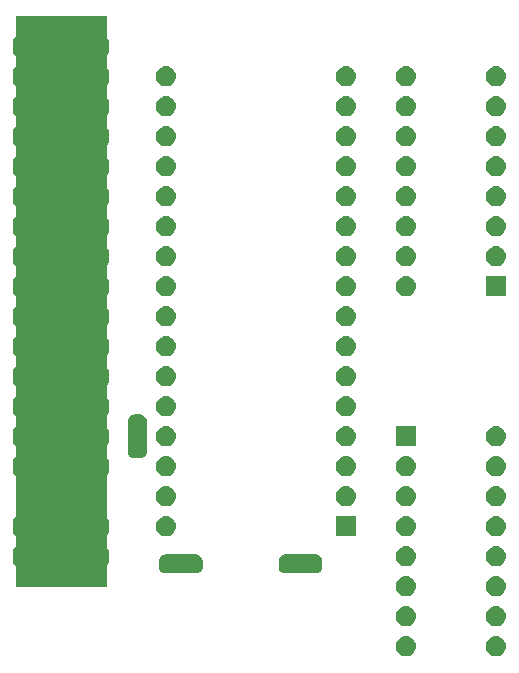
<source format=gts>
G04 #@! TF.GenerationSoftware,KiCad,Pcbnew,(5.1.2-1)-1*
G04 #@! TF.CreationDate,2023-07-30T19:32:53+02:00*
G04 #@! TF.ProjectId,cart32bbs,63617274-3332-4626-9273-2e6b69636164,rev?*
G04 #@! TF.SameCoordinates,Original*
G04 #@! TF.FileFunction,Soldermask,Top*
G04 #@! TF.FilePolarity,Negative*
%FSLAX46Y46*%
G04 Gerber Fmt 4.6, Leading zero omitted, Abs format (unit mm)*
G04 Created by KiCad (PCBNEW (5.1.2-1)-1) date 2023-07-30 19:32:53*
%MOMM*%
%LPD*%
G04 APERTURE LIST*
%ADD10C,0.100000*%
G04 APERTURE END LIST*
D10*
G36*
X15240000Y-20320000D02*
G01*
X15240000Y-68580000D01*
X22860000Y-68580000D01*
X22860000Y-20320000D01*
X15240000Y-20320000D01*
G37*
X15240000Y-20320000D02*
X15240000Y-68580000D01*
X22860000Y-68580000D01*
X22860000Y-20320000D01*
X15240000Y-20320000D01*
G36*
X56046823Y-72821313D02*
G01*
X56207242Y-72869976D01*
X56339906Y-72940886D01*
X56355078Y-72948996D01*
X56484659Y-73055341D01*
X56591004Y-73184922D01*
X56591005Y-73184924D01*
X56670024Y-73332758D01*
X56718687Y-73493177D01*
X56735117Y-73660000D01*
X56718687Y-73826823D01*
X56670024Y-73987242D01*
X56599114Y-74119906D01*
X56591004Y-74135078D01*
X56484659Y-74264659D01*
X56355078Y-74371004D01*
X56355076Y-74371005D01*
X56207242Y-74450024D01*
X56046823Y-74498687D01*
X55921804Y-74511000D01*
X55838196Y-74511000D01*
X55713177Y-74498687D01*
X55552758Y-74450024D01*
X55404924Y-74371005D01*
X55404922Y-74371004D01*
X55275341Y-74264659D01*
X55168996Y-74135078D01*
X55160886Y-74119906D01*
X55089976Y-73987242D01*
X55041313Y-73826823D01*
X55024883Y-73660000D01*
X55041313Y-73493177D01*
X55089976Y-73332758D01*
X55168995Y-73184924D01*
X55168996Y-73184922D01*
X55275341Y-73055341D01*
X55404922Y-72948996D01*
X55420094Y-72940886D01*
X55552758Y-72869976D01*
X55713177Y-72821313D01*
X55838196Y-72809000D01*
X55921804Y-72809000D01*
X56046823Y-72821313D01*
X56046823Y-72821313D01*
G37*
G36*
X48426823Y-72821313D02*
G01*
X48587242Y-72869976D01*
X48719906Y-72940886D01*
X48735078Y-72948996D01*
X48864659Y-73055341D01*
X48971004Y-73184922D01*
X48971005Y-73184924D01*
X49050024Y-73332758D01*
X49098687Y-73493177D01*
X49115117Y-73660000D01*
X49098687Y-73826823D01*
X49050024Y-73987242D01*
X48979114Y-74119906D01*
X48971004Y-74135078D01*
X48864659Y-74264659D01*
X48735078Y-74371004D01*
X48735076Y-74371005D01*
X48587242Y-74450024D01*
X48426823Y-74498687D01*
X48301804Y-74511000D01*
X48218196Y-74511000D01*
X48093177Y-74498687D01*
X47932758Y-74450024D01*
X47784924Y-74371005D01*
X47784922Y-74371004D01*
X47655341Y-74264659D01*
X47548996Y-74135078D01*
X47540886Y-74119906D01*
X47469976Y-73987242D01*
X47421313Y-73826823D01*
X47404883Y-73660000D01*
X47421313Y-73493177D01*
X47469976Y-73332758D01*
X47548995Y-73184924D01*
X47548996Y-73184922D01*
X47655341Y-73055341D01*
X47784922Y-72948996D01*
X47800094Y-72940886D01*
X47932758Y-72869976D01*
X48093177Y-72821313D01*
X48218196Y-72809000D01*
X48301804Y-72809000D01*
X48426823Y-72821313D01*
X48426823Y-72821313D01*
G37*
G36*
X56046823Y-70281313D02*
G01*
X56207242Y-70329976D01*
X56339906Y-70400886D01*
X56355078Y-70408996D01*
X56484659Y-70515341D01*
X56591004Y-70644922D01*
X56591005Y-70644924D01*
X56670024Y-70792758D01*
X56718687Y-70953177D01*
X56735117Y-71120000D01*
X56718687Y-71286823D01*
X56670024Y-71447242D01*
X56599114Y-71579906D01*
X56591004Y-71595078D01*
X56484659Y-71724659D01*
X56355078Y-71831004D01*
X56355076Y-71831005D01*
X56207242Y-71910024D01*
X56046823Y-71958687D01*
X55921804Y-71971000D01*
X55838196Y-71971000D01*
X55713177Y-71958687D01*
X55552758Y-71910024D01*
X55404924Y-71831005D01*
X55404922Y-71831004D01*
X55275341Y-71724659D01*
X55168996Y-71595078D01*
X55160886Y-71579906D01*
X55089976Y-71447242D01*
X55041313Y-71286823D01*
X55024883Y-71120000D01*
X55041313Y-70953177D01*
X55089976Y-70792758D01*
X55168995Y-70644924D01*
X55168996Y-70644922D01*
X55275341Y-70515341D01*
X55404922Y-70408996D01*
X55420094Y-70400886D01*
X55552758Y-70329976D01*
X55713177Y-70281313D01*
X55838196Y-70269000D01*
X55921804Y-70269000D01*
X56046823Y-70281313D01*
X56046823Y-70281313D01*
G37*
G36*
X48426823Y-70281313D02*
G01*
X48587242Y-70329976D01*
X48719906Y-70400886D01*
X48735078Y-70408996D01*
X48864659Y-70515341D01*
X48971004Y-70644922D01*
X48971005Y-70644924D01*
X49050024Y-70792758D01*
X49098687Y-70953177D01*
X49115117Y-71120000D01*
X49098687Y-71286823D01*
X49050024Y-71447242D01*
X48979114Y-71579906D01*
X48971004Y-71595078D01*
X48864659Y-71724659D01*
X48735078Y-71831004D01*
X48735076Y-71831005D01*
X48587242Y-71910024D01*
X48426823Y-71958687D01*
X48301804Y-71971000D01*
X48218196Y-71971000D01*
X48093177Y-71958687D01*
X47932758Y-71910024D01*
X47784924Y-71831005D01*
X47784922Y-71831004D01*
X47655341Y-71724659D01*
X47548996Y-71595078D01*
X47540886Y-71579906D01*
X47469976Y-71447242D01*
X47421313Y-71286823D01*
X47404883Y-71120000D01*
X47421313Y-70953177D01*
X47469976Y-70792758D01*
X47548995Y-70644924D01*
X47548996Y-70644922D01*
X47655341Y-70515341D01*
X47784922Y-70408996D01*
X47800094Y-70400886D01*
X47932758Y-70329976D01*
X48093177Y-70281313D01*
X48218196Y-70269000D01*
X48301804Y-70269000D01*
X48426823Y-70281313D01*
X48426823Y-70281313D01*
G37*
G36*
X56046823Y-67741313D02*
G01*
X56207242Y-67789976D01*
X56339906Y-67860886D01*
X56355078Y-67868996D01*
X56484659Y-67975341D01*
X56591004Y-68104922D01*
X56591005Y-68104924D01*
X56670024Y-68252758D01*
X56718687Y-68413177D01*
X56735117Y-68580000D01*
X56718687Y-68746823D01*
X56670024Y-68907242D01*
X56599114Y-69039906D01*
X56591004Y-69055078D01*
X56484659Y-69184659D01*
X56355078Y-69291004D01*
X56355076Y-69291005D01*
X56207242Y-69370024D01*
X56046823Y-69418687D01*
X55921804Y-69431000D01*
X55838196Y-69431000D01*
X55713177Y-69418687D01*
X55552758Y-69370024D01*
X55404924Y-69291005D01*
X55404922Y-69291004D01*
X55275341Y-69184659D01*
X55168996Y-69055078D01*
X55160886Y-69039906D01*
X55089976Y-68907242D01*
X55041313Y-68746823D01*
X55024883Y-68580000D01*
X55041313Y-68413177D01*
X55089976Y-68252758D01*
X55168995Y-68104924D01*
X55168996Y-68104922D01*
X55275341Y-67975341D01*
X55404922Y-67868996D01*
X55420094Y-67860886D01*
X55552758Y-67789976D01*
X55713177Y-67741313D01*
X55838196Y-67729000D01*
X55921804Y-67729000D01*
X56046823Y-67741313D01*
X56046823Y-67741313D01*
G37*
G36*
X48426823Y-67741313D02*
G01*
X48587242Y-67789976D01*
X48719906Y-67860886D01*
X48735078Y-67868996D01*
X48864659Y-67975341D01*
X48971004Y-68104922D01*
X48971005Y-68104924D01*
X49050024Y-68252758D01*
X49098687Y-68413177D01*
X49115117Y-68580000D01*
X49098687Y-68746823D01*
X49050024Y-68907242D01*
X48979114Y-69039906D01*
X48971004Y-69055078D01*
X48864659Y-69184659D01*
X48735078Y-69291004D01*
X48735076Y-69291005D01*
X48587242Y-69370024D01*
X48426823Y-69418687D01*
X48301804Y-69431000D01*
X48218196Y-69431000D01*
X48093177Y-69418687D01*
X47932758Y-69370024D01*
X47784924Y-69291005D01*
X47784922Y-69291004D01*
X47655341Y-69184659D01*
X47548996Y-69055078D01*
X47540886Y-69039906D01*
X47469976Y-68907242D01*
X47421313Y-68746823D01*
X47404883Y-68580000D01*
X47421313Y-68413177D01*
X47469976Y-68252758D01*
X47548995Y-68104924D01*
X47548996Y-68104922D01*
X47655341Y-67975341D01*
X47784922Y-67868996D01*
X47800094Y-67860886D01*
X47932758Y-67789976D01*
X48093177Y-67741313D01*
X48218196Y-67729000D01*
X48301804Y-67729000D01*
X48426823Y-67741313D01*
X48426823Y-67741313D01*
G37*
G36*
X38599999Y-65874737D02*
G01*
X38614528Y-65879145D01*
X38627711Y-65884606D01*
X38651745Y-65889388D01*
X38676249Y-65889389D01*
X38700282Y-65884609D01*
X38722921Y-65875232D01*
X38724765Y-65874000D01*
X39956050Y-65874000D01*
X39968164Y-65880475D01*
X39991613Y-65887588D01*
X40015999Y-65889990D01*
X40040385Y-65887588D01*
X40063834Y-65880475D01*
X40068746Y-65878152D01*
X40080001Y-65874737D01*
X40096140Y-65873148D01*
X40633861Y-65873148D01*
X40652199Y-65874954D01*
X40664450Y-65875556D01*
X40682869Y-65875556D01*
X40705149Y-65877750D01*
X40789233Y-65894476D01*
X40810660Y-65900976D01*
X40889858Y-65933780D01*
X40895303Y-65936691D01*
X40895309Y-65936693D01*
X40904169Y-65941429D01*
X40904173Y-65941432D01*
X40909614Y-65944340D01*
X40980899Y-65991971D01*
X40998204Y-66006172D01*
X41058828Y-66066796D01*
X41073029Y-66084101D01*
X41120660Y-66155386D01*
X41123568Y-66160827D01*
X41123571Y-66160831D01*
X41128307Y-66169691D01*
X41128309Y-66169697D01*
X41131220Y-66175142D01*
X41164024Y-66254340D01*
X41170524Y-66275767D01*
X41187250Y-66359851D01*
X41189444Y-66382131D01*
X41189444Y-66400550D01*
X41190046Y-66412801D01*
X41191852Y-66431139D01*
X41191852Y-66918862D01*
X41190046Y-66937199D01*
X41189444Y-66949450D01*
X41189444Y-66967869D01*
X41187250Y-66990149D01*
X41170524Y-67074233D01*
X41164024Y-67095660D01*
X41131220Y-67174858D01*
X41128309Y-67180303D01*
X41128307Y-67180309D01*
X41123571Y-67189169D01*
X41123568Y-67189173D01*
X41120660Y-67194614D01*
X41073029Y-67265899D01*
X41058828Y-67283204D01*
X40998204Y-67343828D01*
X40980899Y-67358029D01*
X40909614Y-67405660D01*
X40904173Y-67408568D01*
X40904169Y-67408571D01*
X40895309Y-67413307D01*
X40895303Y-67413309D01*
X40889858Y-67416220D01*
X40810660Y-67449024D01*
X40789233Y-67455524D01*
X40705149Y-67472250D01*
X40682869Y-67474444D01*
X40664450Y-67474444D01*
X40652199Y-67475046D01*
X40633862Y-67476852D01*
X40096140Y-67476852D01*
X40080001Y-67475263D01*
X40065472Y-67470855D01*
X40052289Y-67465394D01*
X40028255Y-67460612D01*
X40003751Y-67460611D01*
X39979718Y-67465391D01*
X39957079Y-67474768D01*
X39955235Y-67476000D01*
X38723950Y-67476000D01*
X38711836Y-67469525D01*
X38688387Y-67462412D01*
X38664001Y-67460010D01*
X38639615Y-67462412D01*
X38616166Y-67469525D01*
X38611254Y-67471848D01*
X38599999Y-67475263D01*
X38583860Y-67476852D01*
X38046138Y-67476852D01*
X38027801Y-67475046D01*
X38015550Y-67474444D01*
X37997131Y-67474444D01*
X37974851Y-67472250D01*
X37890767Y-67455524D01*
X37869340Y-67449024D01*
X37790142Y-67416220D01*
X37784697Y-67413309D01*
X37784691Y-67413307D01*
X37775831Y-67408571D01*
X37775827Y-67408568D01*
X37770386Y-67405660D01*
X37699101Y-67358029D01*
X37681796Y-67343828D01*
X37621172Y-67283204D01*
X37606971Y-67265899D01*
X37559340Y-67194614D01*
X37556432Y-67189173D01*
X37556429Y-67189169D01*
X37551693Y-67180309D01*
X37551691Y-67180303D01*
X37548780Y-67174858D01*
X37515976Y-67095660D01*
X37509476Y-67074233D01*
X37492750Y-66990149D01*
X37490556Y-66967869D01*
X37490556Y-66949450D01*
X37489954Y-66937199D01*
X37488148Y-66918862D01*
X37488148Y-66431139D01*
X37489954Y-66412801D01*
X37490556Y-66400550D01*
X37490556Y-66382131D01*
X37492750Y-66359851D01*
X37509476Y-66275767D01*
X37515976Y-66254340D01*
X37548780Y-66175142D01*
X37551691Y-66169697D01*
X37551693Y-66169691D01*
X37556429Y-66160831D01*
X37556432Y-66160827D01*
X37559340Y-66155386D01*
X37606971Y-66084101D01*
X37621172Y-66066796D01*
X37681796Y-66006172D01*
X37699101Y-65991971D01*
X37770386Y-65944340D01*
X37775827Y-65941432D01*
X37775831Y-65941429D01*
X37784691Y-65936693D01*
X37784697Y-65936691D01*
X37790142Y-65933780D01*
X37869340Y-65900976D01*
X37890767Y-65894476D01*
X37974851Y-65877750D01*
X37997131Y-65875556D01*
X38015550Y-65875556D01*
X38027801Y-65874954D01*
X38046139Y-65873148D01*
X38583860Y-65873148D01*
X38599999Y-65874737D01*
X38599999Y-65874737D01*
G37*
G36*
X28469999Y-65874737D02*
G01*
X28484528Y-65879145D01*
X28497711Y-65884606D01*
X28521745Y-65889388D01*
X28546249Y-65889389D01*
X28570282Y-65884609D01*
X28592921Y-65875232D01*
X28594765Y-65874000D01*
X29826050Y-65874000D01*
X29838164Y-65880475D01*
X29861613Y-65887588D01*
X29885999Y-65889990D01*
X29910385Y-65887588D01*
X29933834Y-65880475D01*
X29938746Y-65878152D01*
X29950001Y-65874737D01*
X29966140Y-65873148D01*
X30503861Y-65873148D01*
X30522199Y-65874954D01*
X30534450Y-65875556D01*
X30552869Y-65875556D01*
X30575149Y-65877750D01*
X30659233Y-65894476D01*
X30680660Y-65900976D01*
X30759858Y-65933780D01*
X30765303Y-65936691D01*
X30765309Y-65936693D01*
X30774169Y-65941429D01*
X30774173Y-65941432D01*
X30779614Y-65944340D01*
X30850899Y-65991971D01*
X30868204Y-66006172D01*
X30928828Y-66066796D01*
X30943029Y-66084101D01*
X30990660Y-66155386D01*
X30993568Y-66160827D01*
X30993571Y-66160831D01*
X30998307Y-66169691D01*
X30998309Y-66169697D01*
X31001220Y-66175142D01*
X31034024Y-66254340D01*
X31040524Y-66275767D01*
X31057250Y-66359851D01*
X31059444Y-66382131D01*
X31059444Y-66400550D01*
X31060046Y-66412801D01*
X31061852Y-66431139D01*
X31061852Y-66918862D01*
X31060046Y-66937199D01*
X31059444Y-66949450D01*
X31059444Y-66967869D01*
X31057250Y-66990149D01*
X31040524Y-67074233D01*
X31034024Y-67095660D01*
X31001220Y-67174858D01*
X30998309Y-67180303D01*
X30998307Y-67180309D01*
X30993571Y-67189169D01*
X30993568Y-67189173D01*
X30990660Y-67194614D01*
X30943029Y-67265899D01*
X30928828Y-67283204D01*
X30868204Y-67343828D01*
X30850899Y-67358029D01*
X30779614Y-67405660D01*
X30774173Y-67408568D01*
X30774169Y-67408571D01*
X30765309Y-67413307D01*
X30765303Y-67413309D01*
X30759858Y-67416220D01*
X30680660Y-67449024D01*
X30659233Y-67455524D01*
X30575149Y-67472250D01*
X30552869Y-67474444D01*
X30534450Y-67474444D01*
X30522199Y-67475046D01*
X30503862Y-67476852D01*
X29966140Y-67476852D01*
X29950001Y-67475263D01*
X29935472Y-67470855D01*
X29922289Y-67465394D01*
X29898255Y-67460612D01*
X29873751Y-67460611D01*
X29849718Y-67465391D01*
X29827079Y-67474768D01*
X29825235Y-67476000D01*
X28593950Y-67476000D01*
X28581836Y-67469525D01*
X28558387Y-67462412D01*
X28534001Y-67460010D01*
X28509615Y-67462412D01*
X28486166Y-67469525D01*
X28481254Y-67471848D01*
X28469999Y-67475263D01*
X28453860Y-67476852D01*
X27916138Y-67476852D01*
X27897801Y-67475046D01*
X27885550Y-67474444D01*
X27867131Y-67474444D01*
X27844851Y-67472250D01*
X27760767Y-67455524D01*
X27739340Y-67449024D01*
X27660142Y-67416220D01*
X27654697Y-67413309D01*
X27654691Y-67413307D01*
X27645831Y-67408571D01*
X27645827Y-67408568D01*
X27640386Y-67405660D01*
X27569101Y-67358029D01*
X27551796Y-67343828D01*
X27491172Y-67283204D01*
X27476971Y-67265899D01*
X27429340Y-67194614D01*
X27426432Y-67189173D01*
X27426429Y-67189169D01*
X27421693Y-67180309D01*
X27421691Y-67180303D01*
X27418780Y-67174858D01*
X27385976Y-67095660D01*
X27379476Y-67074233D01*
X27362750Y-66990149D01*
X27360556Y-66967869D01*
X27360556Y-66949450D01*
X27359954Y-66937199D01*
X27358148Y-66918862D01*
X27358148Y-66431139D01*
X27359954Y-66412801D01*
X27360556Y-66400550D01*
X27360556Y-66382131D01*
X27362750Y-66359851D01*
X27379476Y-66275767D01*
X27385976Y-66254340D01*
X27418780Y-66175142D01*
X27421691Y-66169697D01*
X27421693Y-66169691D01*
X27426429Y-66160831D01*
X27426432Y-66160827D01*
X27429340Y-66155386D01*
X27476971Y-66084101D01*
X27491172Y-66066796D01*
X27551796Y-66006172D01*
X27569101Y-65991971D01*
X27640386Y-65944340D01*
X27645827Y-65941432D01*
X27645831Y-65941429D01*
X27654691Y-65936693D01*
X27654697Y-65936691D01*
X27660142Y-65933780D01*
X27739340Y-65900976D01*
X27760767Y-65894476D01*
X27844851Y-65877750D01*
X27867131Y-65875556D01*
X27885550Y-65875556D01*
X27897801Y-65874954D01*
X27916139Y-65873148D01*
X28453860Y-65873148D01*
X28469999Y-65874737D01*
X28469999Y-65874737D01*
G37*
G36*
X56046823Y-65201313D02*
G01*
X56207242Y-65249976D01*
X56292426Y-65295508D01*
X56355078Y-65328996D01*
X56484659Y-65435341D01*
X56591004Y-65564922D01*
X56591005Y-65564924D01*
X56670024Y-65712758D01*
X56718687Y-65873177D01*
X56735117Y-66040000D01*
X56718687Y-66206823D01*
X56670024Y-66367242D01*
X56599114Y-66499906D01*
X56591004Y-66515078D01*
X56484659Y-66644659D01*
X56355078Y-66751004D01*
X56355076Y-66751005D01*
X56207242Y-66830024D01*
X56046823Y-66878687D01*
X55921804Y-66891000D01*
X55838196Y-66891000D01*
X55713177Y-66878687D01*
X55552758Y-66830024D01*
X55404924Y-66751005D01*
X55404922Y-66751004D01*
X55275341Y-66644659D01*
X55168996Y-66515078D01*
X55160886Y-66499906D01*
X55089976Y-66367242D01*
X55041313Y-66206823D01*
X55024883Y-66040000D01*
X55041313Y-65873177D01*
X55089976Y-65712758D01*
X55168995Y-65564924D01*
X55168996Y-65564922D01*
X55275341Y-65435341D01*
X55404922Y-65328996D01*
X55467574Y-65295508D01*
X55552758Y-65249976D01*
X55713177Y-65201313D01*
X55838196Y-65189000D01*
X55921804Y-65189000D01*
X56046823Y-65201313D01*
X56046823Y-65201313D01*
G37*
G36*
X48426823Y-65201313D02*
G01*
X48587242Y-65249976D01*
X48672426Y-65295508D01*
X48735078Y-65328996D01*
X48864659Y-65435341D01*
X48971004Y-65564922D01*
X48971005Y-65564924D01*
X49050024Y-65712758D01*
X49098687Y-65873177D01*
X49115117Y-66040000D01*
X49098687Y-66206823D01*
X49050024Y-66367242D01*
X48979114Y-66499906D01*
X48971004Y-66515078D01*
X48864659Y-66644659D01*
X48735078Y-66751004D01*
X48735076Y-66751005D01*
X48587242Y-66830024D01*
X48426823Y-66878687D01*
X48301804Y-66891000D01*
X48218196Y-66891000D01*
X48093177Y-66878687D01*
X47932758Y-66830024D01*
X47784924Y-66751005D01*
X47784922Y-66751004D01*
X47655341Y-66644659D01*
X47548996Y-66515078D01*
X47540886Y-66499906D01*
X47469976Y-66367242D01*
X47421313Y-66206823D01*
X47404883Y-66040000D01*
X47421313Y-65873177D01*
X47469976Y-65712758D01*
X47548995Y-65564924D01*
X47548996Y-65564922D01*
X47655341Y-65435341D01*
X47784922Y-65328996D01*
X47847574Y-65295508D01*
X47932758Y-65249976D01*
X48093177Y-65201313D01*
X48218196Y-65189000D01*
X48301804Y-65189000D01*
X48426823Y-65201313D01*
X48426823Y-65201313D01*
G37*
G36*
X22823993Y-65234203D02*
G01*
X22888411Y-65253744D01*
X22947781Y-65285478D01*
X22999817Y-65328183D01*
X23042522Y-65380219D01*
X23074256Y-65439589D01*
X23093797Y-65504007D01*
X23101000Y-65577140D01*
X23101000Y-66502860D01*
X23093797Y-66575993D01*
X23074256Y-66640411D01*
X23042522Y-66699781D01*
X22999817Y-66751817D01*
X22947781Y-66794522D01*
X22888411Y-66826256D01*
X22823993Y-66845797D01*
X22750860Y-66853000D01*
X15349140Y-66853000D01*
X15276007Y-66845797D01*
X15211589Y-66826256D01*
X15152219Y-66794522D01*
X15100183Y-66751817D01*
X15057478Y-66699781D01*
X15025744Y-66640411D01*
X15006203Y-66575993D01*
X14999000Y-66502860D01*
X14999000Y-65577140D01*
X15006203Y-65504007D01*
X15025744Y-65439589D01*
X15057478Y-65380219D01*
X15100183Y-65328183D01*
X15152219Y-65285478D01*
X15211589Y-65253744D01*
X15276007Y-65234203D01*
X15349140Y-65227000D01*
X22750860Y-65227000D01*
X22823993Y-65234203D01*
X22823993Y-65234203D01*
G37*
G36*
X44031000Y-64351000D02*
G01*
X42329000Y-64351000D01*
X42329000Y-62649000D01*
X44031000Y-62649000D01*
X44031000Y-64351000D01*
X44031000Y-64351000D01*
G37*
G36*
X28106823Y-62661313D02*
G01*
X28267242Y-62709976D01*
X28352426Y-62755508D01*
X28415078Y-62788996D01*
X28544659Y-62895341D01*
X28651004Y-63024922D01*
X28651005Y-63024924D01*
X28730024Y-63172758D01*
X28778687Y-63333177D01*
X28795117Y-63500000D01*
X28778687Y-63666823D01*
X28730024Y-63827242D01*
X28659114Y-63959906D01*
X28651004Y-63975078D01*
X28544659Y-64104659D01*
X28415078Y-64211004D01*
X28415076Y-64211005D01*
X28267242Y-64290024D01*
X28106823Y-64338687D01*
X27981804Y-64351000D01*
X27898196Y-64351000D01*
X27773177Y-64338687D01*
X27612758Y-64290024D01*
X27464924Y-64211005D01*
X27464922Y-64211004D01*
X27335341Y-64104659D01*
X27228996Y-63975078D01*
X27220886Y-63959906D01*
X27149976Y-63827242D01*
X27101313Y-63666823D01*
X27084883Y-63500000D01*
X27101313Y-63333177D01*
X27149976Y-63172758D01*
X27228995Y-63024924D01*
X27228996Y-63024922D01*
X27335341Y-62895341D01*
X27464922Y-62788996D01*
X27527574Y-62755508D01*
X27612758Y-62709976D01*
X27773177Y-62661313D01*
X27898196Y-62649000D01*
X27981804Y-62649000D01*
X28106823Y-62661313D01*
X28106823Y-62661313D01*
G37*
G36*
X48426823Y-62661313D02*
G01*
X48587242Y-62709976D01*
X48672426Y-62755508D01*
X48735078Y-62788996D01*
X48864659Y-62895341D01*
X48971004Y-63024922D01*
X48971005Y-63024924D01*
X49050024Y-63172758D01*
X49098687Y-63333177D01*
X49115117Y-63500000D01*
X49098687Y-63666823D01*
X49050024Y-63827242D01*
X48979114Y-63959906D01*
X48971004Y-63975078D01*
X48864659Y-64104659D01*
X48735078Y-64211004D01*
X48735076Y-64211005D01*
X48587242Y-64290024D01*
X48426823Y-64338687D01*
X48301804Y-64351000D01*
X48218196Y-64351000D01*
X48093177Y-64338687D01*
X47932758Y-64290024D01*
X47784924Y-64211005D01*
X47784922Y-64211004D01*
X47655341Y-64104659D01*
X47548996Y-63975078D01*
X47540886Y-63959906D01*
X47469976Y-63827242D01*
X47421313Y-63666823D01*
X47404883Y-63500000D01*
X47421313Y-63333177D01*
X47469976Y-63172758D01*
X47548995Y-63024924D01*
X47548996Y-63024922D01*
X47655341Y-62895341D01*
X47784922Y-62788996D01*
X47847574Y-62755508D01*
X47932758Y-62709976D01*
X48093177Y-62661313D01*
X48218196Y-62649000D01*
X48301804Y-62649000D01*
X48426823Y-62661313D01*
X48426823Y-62661313D01*
G37*
G36*
X56046823Y-62661313D02*
G01*
X56207242Y-62709976D01*
X56292426Y-62755508D01*
X56355078Y-62788996D01*
X56484659Y-62895341D01*
X56591004Y-63024922D01*
X56591005Y-63024924D01*
X56670024Y-63172758D01*
X56718687Y-63333177D01*
X56735117Y-63500000D01*
X56718687Y-63666823D01*
X56670024Y-63827242D01*
X56599114Y-63959906D01*
X56591004Y-63975078D01*
X56484659Y-64104659D01*
X56355078Y-64211004D01*
X56355076Y-64211005D01*
X56207242Y-64290024D01*
X56046823Y-64338687D01*
X55921804Y-64351000D01*
X55838196Y-64351000D01*
X55713177Y-64338687D01*
X55552758Y-64290024D01*
X55404924Y-64211005D01*
X55404922Y-64211004D01*
X55275341Y-64104659D01*
X55168996Y-63975078D01*
X55160886Y-63959906D01*
X55089976Y-63827242D01*
X55041313Y-63666823D01*
X55024883Y-63500000D01*
X55041313Y-63333177D01*
X55089976Y-63172758D01*
X55168995Y-63024924D01*
X55168996Y-63024922D01*
X55275341Y-62895341D01*
X55404922Y-62788996D01*
X55467574Y-62755508D01*
X55552758Y-62709976D01*
X55713177Y-62661313D01*
X55838196Y-62649000D01*
X55921804Y-62649000D01*
X56046823Y-62661313D01*
X56046823Y-62661313D01*
G37*
G36*
X22823993Y-62694203D02*
G01*
X22888411Y-62713744D01*
X22947781Y-62745478D01*
X22999817Y-62788183D01*
X23042522Y-62840219D01*
X23074256Y-62899589D01*
X23093797Y-62964007D01*
X23101000Y-63037140D01*
X23101000Y-63962860D01*
X23093797Y-64035993D01*
X23074256Y-64100411D01*
X23042522Y-64159781D01*
X22999817Y-64211817D01*
X22947781Y-64254522D01*
X22888411Y-64286256D01*
X22823993Y-64305797D01*
X22750860Y-64313000D01*
X15349140Y-64313000D01*
X15276007Y-64305797D01*
X15211589Y-64286256D01*
X15152219Y-64254522D01*
X15100183Y-64211817D01*
X15057478Y-64159781D01*
X15025744Y-64100411D01*
X15006203Y-64035993D01*
X14999000Y-63962860D01*
X14999000Y-63037140D01*
X15006203Y-62964007D01*
X15025744Y-62899589D01*
X15057478Y-62840219D01*
X15100183Y-62788183D01*
X15152219Y-62745478D01*
X15211589Y-62713744D01*
X15276007Y-62694203D01*
X15349140Y-62687000D01*
X22750860Y-62687000D01*
X22823993Y-62694203D01*
X22823993Y-62694203D01*
G37*
G36*
X43346823Y-60121313D02*
G01*
X43507242Y-60169976D01*
X43639906Y-60240886D01*
X43655078Y-60248996D01*
X43784659Y-60355341D01*
X43891004Y-60484922D01*
X43891005Y-60484924D01*
X43970024Y-60632758D01*
X44018687Y-60793177D01*
X44035117Y-60960000D01*
X44018687Y-61126823D01*
X43970024Y-61287242D01*
X43899114Y-61419906D01*
X43891004Y-61435078D01*
X43784659Y-61564659D01*
X43655078Y-61671004D01*
X43655076Y-61671005D01*
X43507242Y-61750024D01*
X43346823Y-61798687D01*
X43221804Y-61811000D01*
X43138196Y-61811000D01*
X43013177Y-61798687D01*
X42852758Y-61750024D01*
X42704924Y-61671005D01*
X42704922Y-61671004D01*
X42575341Y-61564659D01*
X42468996Y-61435078D01*
X42460886Y-61419906D01*
X42389976Y-61287242D01*
X42341313Y-61126823D01*
X42324883Y-60960000D01*
X42341313Y-60793177D01*
X42389976Y-60632758D01*
X42468995Y-60484924D01*
X42468996Y-60484922D01*
X42575341Y-60355341D01*
X42704922Y-60248996D01*
X42720094Y-60240886D01*
X42852758Y-60169976D01*
X43013177Y-60121313D01*
X43138196Y-60109000D01*
X43221804Y-60109000D01*
X43346823Y-60121313D01*
X43346823Y-60121313D01*
G37*
G36*
X28106823Y-60121313D02*
G01*
X28267242Y-60169976D01*
X28399906Y-60240886D01*
X28415078Y-60248996D01*
X28544659Y-60355341D01*
X28651004Y-60484922D01*
X28651005Y-60484924D01*
X28730024Y-60632758D01*
X28778687Y-60793177D01*
X28795117Y-60960000D01*
X28778687Y-61126823D01*
X28730024Y-61287242D01*
X28659114Y-61419906D01*
X28651004Y-61435078D01*
X28544659Y-61564659D01*
X28415078Y-61671004D01*
X28415076Y-61671005D01*
X28267242Y-61750024D01*
X28106823Y-61798687D01*
X27981804Y-61811000D01*
X27898196Y-61811000D01*
X27773177Y-61798687D01*
X27612758Y-61750024D01*
X27464924Y-61671005D01*
X27464922Y-61671004D01*
X27335341Y-61564659D01*
X27228996Y-61435078D01*
X27220886Y-61419906D01*
X27149976Y-61287242D01*
X27101313Y-61126823D01*
X27084883Y-60960000D01*
X27101313Y-60793177D01*
X27149976Y-60632758D01*
X27228995Y-60484924D01*
X27228996Y-60484922D01*
X27335341Y-60355341D01*
X27464922Y-60248996D01*
X27480094Y-60240886D01*
X27612758Y-60169976D01*
X27773177Y-60121313D01*
X27898196Y-60109000D01*
X27981804Y-60109000D01*
X28106823Y-60121313D01*
X28106823Y-60121313D01*
G37*
G36*
X48426823Y-60121313D02*
G01*
X48587242Y-60169976D01*
X48719906Y-60240886D01*
X48735078Y-60248996D01*
X48864659Y-60355341D01*
X48971004Y-60484922D01*
X48971005Y-60484924D01*
X49050024Y-60632758D01*
X49098687Y-60793177D01*
X49115117Y-60960000D01*
X49098687Y-61126823D01*
X49050024Y-61287242D01*
X48979114Y-61419906D01*
X48971004Y-61435078D01*
X48864659Y-61564659D01*
X48735078Y-61671004D01*
X48735076Y-61671005D01*
X48587242Y-61750024D01*
X48426823Y-61798687D01*
X48301804Y-61811000D01*
X48218196Y-61811000D01*
X48093177Y-61798687D01*
X47932758Y-61750024D01*
X47784924Y-61671005D01*
X47784922Y-61671004D01*
X47655341Y-61564659D01*
X47548996Y-61435078D01*
X47540886Y-61419906D01*
X47469976Y-61287242D01*
X47421313Y-61126823D01*
X47404883Y-60960000D01*
X47421313Y-60793177D01*
X47469976Y-60632758D01*
X47548995Y-60484924D01*
X47548996Y-60484922D01*
X47655341Y-60355341D01*
X47784922Y-60248996D01*
X47800094Y-60240886D01*
X47932758Y-60169976D01*
X48093177Y-60121313D01*
X48218196Y-60109000D01*
X48301804Y-60109000D01*
X48426823Y-60121313D01*
X48426823Y-60121313D01*
G37*
G36*
X56046823Y-60121313D02*
G01*
X56207242Y-60169976D01*
X56339906Y-60240886D01*
X56355078Y-60248996D01*
X56484659Y-60355341D01*
X56591004Y-60484922D01*
X56591005Y-60484924D01*
X56670024Y-60632758D01*
X56718687Y-60793177D01*
X56735117Y-60960000D01*
X56718687Y-61126823D01*
X56670024Y-61287242D01*
X56599114Y-61419906D01*
X56591004Y-61435078D01*
X56484659Y-61564659D01*
X56355078Y-61671004D01*
X56355076Y-61671005D01*
X56207242Y-61750024D01*
X56046823Y-61798687D01*
X55921804Y-61811000D01*
X55838196Y-61811000D01*
X55713177Y-61798687D01*
X55552758Y-61750024D01*
X55404924Y-61671005D01*
X55404922Y-61671004D01*
X55275341Y-61564659D01*
X55168996Y-61435078D01*
X55160886Y-61419906D01*
X55089976Y-61287242D01*
X55041313Y-61126823D01*
X55024883Y-60960000D01*
X55041313Y-60793177D01*
X55089976Y-60632758D01*
X55168995Y-60484924D01*
X55168996Y-60484922D01*
X55275341Y-60355341D01*
X55404922Y-60248996D01*
X55420094Y-60240886D01*
X55552758Y-60169976D01*
X55713177Y-60121313D01*
X55838196Y-60109000D01*
X55921804Y-60109000D01*
X56046823Y-60121313D01*
X56046823Y-60121313D01*
G37*
G36*
X48426823Y-57581313D02*
G01*
X48587242Y-57629976D01*
X48658954Y-57668307D01*
X48735078Y-57708996D01*
X48864659Y-57815341D01*
X48971004Y-57944922D01*
X48971005Y-57944924D01*
X49050024Y-58092758D01*
X49098687Y-58253177D01*
X49115117Y-58420000D01*
X49098687Y-58586823D01*
X49050024Y-58747242D01*
X48979114Y-58879906D01*
X48971004Y-58895078D01*
X48864659Y-59024659D01*
X48735078Y-59131004D01*
X48735076Y-59131005D01*
X48587242Y-59210024D01*
X48426823Y-59258687D01*
X48301804Y-59271000D01*
X48218196Y-59271000D01*
X48093177Y-59258687D01*
X47932758Y-59210024D01*
X47784924Y-59131005D01*
X47784922Y-59131004D01*
X47655341Y-59024659D01*
X47548996Y-58895078D01*
X47540886Y-58879906D01*
X47469976Y-58747242D01*
X47421313Y-58586823D01*
X47404883Y-58420000D01*
X47421313Y-58253177D01*
X47469976Y-58092758D01*
X47548995Y-57944924D01*
X47548996Y-57944922D01*
X47655341Y-57815341D01*
X47784922Y-57708996D01*
X47861046Y-57668307D01*
X47932758Y-57629976D01*
X48093177Y-57581313D01*
X48218196Y-57569000D01*
X48301804Y-57569000D01*
X48426823Y-57581313D01*
X48426823Y-57581313D01*
G37*
G36*
X56046823Y-57581313D02*
G01*
X56207242Y-57629976D01*
X56278954Y-57668307D01*
X56355078Y-57708996D01*
X56484659Y-57815341D01*
X56591004Y-57944922D01*
X56591005Y-57944924D01*
X56670024Y-58092758D01*
X56718687Y-58253177D01*
X56735117Y-58420000D01*
X56718687Y-58586823D01*
X56670024Y-58747242D01*
X56599114Y-58879906D01*
X56591004Y-58895078D01*
X56484659Y-59024659D01*
X56355078Y-59131004D01*
X56355076Y-59131005D01*
X56207242Y-59210024D01*
X56046823Y-59258687D01*
X55921804Y-59271000D01*
X55838196Y-59271000D01*
X55713177Y-59258687D01*
X55552758Y-59210024D01*
X55404924Y-59131005D01*
X55404922Y-59131004D01*
X55275341Y-59024659D01*
X55168996Y-58895078D01*
X55160886Y-58879906D01*
X55089976Y-58747242D01*
X55041313Y-58586823D01*
X55024883Y-58420000D01*
X55041313Y-58253177D01*
X55089976Y-58092758D01*
X55168995Y-57944924D01*
X55168996Y-57944922D01*
X55275341Y-57815341D01*
X55404922Y-57708996D01*
X55481046Y-57668307D01*
X55552758Y-57629976D01*
X55713177Y-57581313D01*
X55838196Y-57569000D01*
X55921804Y-57569000D01*
X56046823Y-57581313D01*
X56046823Y-57581313D01*
G37*
G36*
X28106823Y-57581313D02*
G01*
X28267242Y-57629976D01*
X28338954Y-57668307D01*
X28415078Y-57708996D01*
X28544659Y-57815341D01*
X28651004Y-57944922D01*
X28651005Y-57944924D01*
X28730024Y-58092758D01*
X28778687Y-58253177D01*
X28795117Y-58420000D01*
X28778687Y-58586823D01*
X28730024Y-58747242D01*
X28659114Y-58879906D01*
X28651004Y-58895078D01*
X28544659Y-59024659D01*
X28415078Y-59131004D01*
X28415076Y-59131005D01*
X28267242Y-59210024D01*
X28106823Y-59258687D01*
X27981804Y-59271000D01*
X27898196Y-59271000D01*
X27773177Y-59258687D01*
X27612758Y-59210024D01*
X27464924Y-59131005D01*
X27464922Y-59131004D01*
X27335341Y-59024659D01*
X27228996Y-58895078D01*
X27220886Y-58879906D01*
X27149976Y-58747242D01*
X27101313Y-58586823D01*
X27084883Y-58420000D01*
X27101313Y-58253177D01*
X27149976Y-58092758D01*
X27228995Y-57944924D01*
X27228996Y-57944922D01*
X27335341Y-57815341D01*
X27464922Y-57708996D01*
X27541046Y-57668307D01*
X27612758Y-57629976D01*
X27773177Y-57581313D01*
X27898196Y-57569000D01*
X27981804Y-57569000D01*
X28106823Y-57581313D01*
X28106823Y-57581313D01*
G37*
G36*
X43346823Y-57581313D02*
G01*
X43507242Y-57629976D01*
X43578954Y-57668307D01*
X43655078Y-57708996D01*
X43784659Y-57815341D01*
X43891004Y-57944922D01*
X43891005Y-57944924D01*
X43970024Y-58092758D01*
X44018687Y-58253177D01*
X44035117Y-58420000D01*
X44018687Y-58586823D01*
X43970024Y-58747242D01*
X43899114Y-58879906D01*
X43891004Y-58895078D01*
X43784659Y-59024659D01*
X43655078Y-59131004D01*
X43655076Y-59131005D01*
X43507242Y-59210024D01*
X43346823Y-59258687D01*
X43221804Y-59271000D01*
X43138196Y-59271000D01*
X43013177Y-59258687D01*
X42852758Y-59210024D01*
X42704924Y-59131005D01*
X42704922Y-59131004D01*
X42575341Y-59024659D01*
X42468996Y-58895078D01*
X42460886Y-58879906D01*
X42389976Y-58747242D01*
X42341313Y-58586823D01*
X42324883Y-58420000D01*
X42341313Y-58253177D01*
X42389976Y-58092758D01*
X42468995Y-57944924D01*
X42468996Y-57944922D01*
X42575341Y-57815341D01*
X42704922Y-57708996D01*
X42781046Y-57668307D01*
X42852758Y-57629976D01*
X43013177Y-57581313D01*
X43138196Y-57569000D01*
X43221804Y-57569000D01*
X43346823Y-57581313D01*
X43346823Y-57581313D01*
G37*
G36*
X22823993Y-57614203D02*
G01*
X22888411Y-57633744D01*
X22947781Y-57665478D01*
X22999817Y-57708183D01*
X23042522Y-57760219D01*
X23074256Y-57819589D01*
X23093797Y-57884007D01*
X23101000Y-57957140D01*
X23101000Y-58882860D01*
X23093797Y-58955993D01*
X23074256Y-59020411D01*
X23042522Y-59079781D01*
X22999817Y-59131817D01*
X22947781Y-59174522D01*
X22888411Y-59206256D01*
X22823993Y-59225797D01*
X22750860Y-59233000D01*
X15349140Y-59233000D01*
X15276007Y-59225797D01*
X15211589Y-59206256D01*
X15152219Y-59174522D01*
X15100183Y-59131817D01*
X15057478Y-59079781D01*
X15025744Y-59020411D01*
X15006203Y-58955993D01*
X14999000Y-58882860D01*
X14999000Y-57957140D01*
X15006203Y-57884007D01*
X15025744Y-57819589D01*
X15057478Y-57760219D01*
X15100183Y-57708183D01*
X15152219Y-57665478D01*
X15211589Y-57633744D01*
X15276007Y-57614203D01*
X15349140Y-57607000D01*
X22750860Y-57607000D01*
X22823993Y-57614203D01*
X22823993Y-57614203D01*
G37*
G36*
X25789199Y-54029954D02*
G01*
X25801450Y-54030556D01*
X25819869Y-54030556D01*
X25842149Y-54032750D01*
X25926233Y-54049476D01*
X25947660Y-54055976D01*
X26026858Y-54088780D01*
X26032303Y-54091691D01*
X26032309Y-54091693D01*
X26041169Y-54096429D01*
X26041173Y-54096432D01*
X26046614Y-54099340D01*
X26117899Y-54146971D01*
X26135204Y-54161172D01*
X26195828Y-54221796D01*
X26210029Y-54239101D01*
X26257660Y-54310386D01*
X26260568Y-54315827D01*
X26260571Y-54315831D01*
X26265307Y-54324691D01*
X26265309Y-54324697D01*
X26268220Y-54330142D01*
X26301024Y-54409340D01*
X26307524Y-54430767D01*
X26324250Y-54514851D01*
X26326444Y-54537131D01*
X26326444Y-54555550D01*
X26327046Y-54567801D01*
X26328852Y-54586139D01*
X26328852Y-55123860D01*
X26327263Y-55139999D01*
X26322855Y-55154528D01*
X26317394Y-55167711D01*
X26312612Y-55191745D01*
X26312611Y-55216249D01*
X26317391Y-55240282D01*
X26326768Y-55262921D01*
X26328000Y-55264765D01*
X26328000Y-56496050D01*
X26321525Y-56508164D01*
X26314412Y-56531613D01*
X26312010Y-56555999D01*
X26314412Y-56580385D01*
X26321525Y-56603834D01*
X26323848Y-56608746D01*
X26327263Y-56620001D01*
X26328852Y-56636140D01*
X26328852Y-57173862D01*
X26327046Y-57192199D01*
X26326444Y-57204450D01*
X26326444Y-57222869D01*
X26324250Y-57245149D01*
X26307524Y-57329233D01*
X26301024Y-57350660D01*
X26268220Y-57429858D01*
X26265309Y-57435303D01*
X26265307Y-57435309D01*
X26260571Y-57444169D01*
X26260568Y-57444173D01*
X26257660Y-57449614D01*
X26210029Y-57520899D01*
X26195828Y-57538204D01*
X26135204Y-57598828D01*
X26117899Y-57613029D01*
X26046614Y-57660660D01*
X26041173Y-57663568D01*
X26041169Y-57663571D01*
X26032309Y-57668307D01*
X26032303Y-57668309D01*
X26026858Y-57671220D01*
X25947660Y-57704024D01*
X25926233Y-57710524D01*
X25842149Y-57727250D01*
X25819869Y-57729444D01*
X25801450Y-57729444D01*
X25789199Y-57730046D01*
X25770862Y-57731852D01*
X25283138Y-57731852D01*
X25264801Y-57730046D01*
X25252550Y-57729444D01*
X25234131Y-57729444D01*
X25211851Y-57727250D01*
X25127767Y-57710524D01*
X25106340Y-57704024D01*
X25027142Y-57671220D01*
X25021697Y-57668309D01*
X25021691Y-57668307D01*
X25012831Y-57663571D01*
X25012827Y-57663568D01*
X25007386Y-57660660D01*
X24936101Y-57613029D01*
X24918796Y-57598828D01*
X24858172Y-57538204D01*
X24843971Y-57520899D01*
X24796340Y-57449614D01*
X24793432Y-57444173D01*
X24793429Y-57444169D01*
X24788693Y-57435309D01*
X24788691Y-57435303D01*
X24785780Y-57429858D01*
X24752976Y-57350660D01*
X24746476Y-57329233D01*
X24729750Y-57245149D01*
X24727556Y-57222869D01*
X24727556Y-57204450D01*
X24726954Y-57192199D01*
X24725148Y-57173862D01*
X24725148Y-56636140D01*
X24726737Y-56620001D01*
X24731145Y-56605472D01*
X24736606Y-56592289D01*
X24741388Y-56568255D01*
X24741389Y-56543751D01*
X24736609Y-56519718D01*
X24727232Y-56497079D01*
X24726000Y-56495235D01*
X24726000Y-55263950D01*
X24732475Y-55251836D01*
X24739588Y-55228387D01*
X24741990Y-55204001D01*
X24739588Y-55179615D01*
X24732475Y-55156166D01*
X24730152Y-55151254D01*
X24726737Y-55139999D01*
X24725148Y-55123860D01*
X24725148Y-54586139D01*
X24726954Y-54567801D01*
X24727556Y-54555550D01*
X24727556Y-54537131D01*
X24729750Y-54514851D01*
X24746476Y-54430767D01*
X24752976Y-54409340D01*
X24785780Y-54330142D01*
X24788691Y-54324697D01*
X24788693Y-54324691D01*
X24793429Y-54315831D01*
X24793432Y-54315827D01*
X24796340Y-54310386D01*
X24843971Y-54239101D01*
X24858172Y-54221796D01*
X24918796Y-54161172D01*
X24936101Y-54146971D01*
X25007386Y-54099340D01*
X25012827Y-54096432D01*
X25012831Y-54096429D01*
X25021691Y-54091693D01*
X25021697Y-54091691D01*
X25027142Y-54088780D01*
X25106340Y-54055976D01*
X25127767Y-54049476D01*
X25211851Y-54032750D01*
X25234131Y-54030556D01*
X25252550Y-54030556D01*
X25264801Y-54029954D01*
X25283139Y-54028148D01*
X25770861Y-54028148D01*
X25789199Y-54029954D01*
X25789199Y-54029954D01*
G37*
G36*
X56046823Y-55041313D02*
G01*
X56207242Y-55089976D01*
X56292426Y-55135508D01*
X56355078Y-55168996D01*
X56484659Y-55275341D01*
X56591004Y-55404922D01*
X56591005Y-55404924D01*
X56670024Y-55552758D01*
X56718687Y-55713177D01*
X56735117Y-55880000D01*
X56718687Y-56046823D01*
X56670024Y-56207242D01*
X56599114Y-56339906D01*
X56591004Y-56355078D01*
X56484659Y-56484659D01*
X56355078Y-56591004D01*
X56355076Y-56591005D01*
X56207242Y-56670024D01*
X56046823Y-56718687D01*
X55921804Y-56731000D01*
X55838196Y-56731000D01*
X55713177Y-56718687D01*
X55552758Y-56670024D01*
X55404924Y-56591005D01*
X55404922Y-56591004D01*
X55275341Y-56484659D01*
X55168996Y-56355078D01*
X55160886Y-56339906D01*
X55089976Y-56207242D01*
X55041313Y-56046823D01*
X55024883Y-55880000D01*
X55041313Y-55713177D01*
X55089976Y-55552758D01*
X55168995Y-55404924D01*
X55168996Y-55404922D01*
X55275341Y-55275341D01*
X55404922Y-55168996D01*
X55467574Y-55135508D01*
X55552758Y-55089976D01*
X55713177Y-55041313D01*
X55838196Y-55029000D01*
X55921804Y-55029000D01*
X56046823Y-55041313D01*
X56046823Y-55041313D01*
G37*
G36*
X43346823Y-55041313D02*
G01*
X43507242Y-55089976D01*
X43592426Y-55135508D01*
X43655078Y-55168996D01*
X43784659Y-55275341D01*
X43891004Y-55404922D01*
X43891005Y-55404924D01*
X43970024Y-55552758D01*
X44018687Y-55713177D01*
X44035117Y-55880000D01*
X44018687Y-56046823D01*
X43970024Y-56207242D01*
X43899114Y-56339906D01*
X43891004Y-56355078D01*
X43784659Y-56484659D01*
X43655078Y-56591004D01*
X43655076Y-56591005D01*
X43507242Y-56670024D01*
X43346823Y-56718687D01*
X43221804Y-56731000D01*
X43138196Y-56731000D01*
X43013177Y-56718687D01*
X42852758Y-56670024D01*
X42704924Y-56591005D01*
X42704922Y-56591004D01*
X42575341Y-56484659D01*
X42468996Y-56355078D01*
X42460886Y-56339906D01*
X42389976Y-56207242D01*
X42341313Y-56046823D01*
X42324883Y-55880000D01*
X42341313Y-55713177D01*
X42389976Y-55552758D01*
X42468995Y-55404924D01*
X42468996Y-55404922D01*
X42575341Y-55275341D01*
X42704922Y-55168996D01*
X42767574Y-55135508D01*
X42852758Y-55089976D01*
X43013177Y-55041313D01*
X43138196Y-55029000D01*
X43221804Y-55029000D01*
X43346823Y-55041313D01*
X43346823Y-55041313D01*
G37*
G36*
X49111000Y-56731000D02*
G01*
X47409000Y-56731000D01*
X47409000Y-55029000D01*
X49111000Y-55029000D01*
X49111000Y-56731000D01*
X49111000Y-56731000D01*
G37*
G36*
X28106823Y-55041313D02*
G01*
X28267242Y-55089976D01*
X28352426Y-55135508D01*
X28415078Y-55168996D01*
X28544659Y-55275341D01*
X28651004Y-55404922D01*
X28651005Y-55404924D01*
X28730024Y-55552758D01*
X28778687Y-55713177D01*
X28795117Y-55880000D01*
X28778687Y-56046823D01*
X28730024Y-56207242D01*
X28659114Y-56339906D01*
X28651004Y-56355078D01*
X28544659Y-56484659D01*
X28415078Y-56591004D01*
X28415076Y-56591005D01*
X28267242Y-56670024D01*
X28106823Y-56718687D01*
X27981804Y-56731000D01*
X27898196Y-56731000D01*
X27773177Y-56718687D01*
X27612758Y-56670024D01*
X27464924Y-56591005D01*
X27464922Y-56591004D01*
X27335341Y-56484659D01*
X27228996Y-56355078D01*
X27220886Y-56339906D01*
X27149976Y-56207242D01*
X27101313Y-56046823D01*
X27084883Y-55880000D01*
X27101313Y-55713177D01*
X27149976Y-55552758D01*
X27228995Y-55404924D01*
X27228996Y-55404922D01*
X27335341Y-55275341D01*
X27464922Y-55168996D01*
X27527574Y-55135508D01*
X27612758Y-55089976D01*
X27773177Y-55041313D01*
X27898196Y-55029000D01*
X27981804Y-55029000D01*
X28106823Y-55041313D01*
X28106823Y-55041313D01*
G37*
G36*
X22823993Y-55074203D02*
G01*
X22888411Y-55093744D01*
X22947781Y-55125478D01*
X22999817Y-55168183D01*
X23042522Y-55220219D01*
X23074256Y-55279589D01*
X23093797Y-55344007D01*
X23101000Y-55417140D01*
X23101000Y-56342860D01*
X23093797Y-56415993D01*
X23074256Y-56480411D01*
X23042522Y-56539781D01*
X22999817Y-56591817D01*
X22947781Y-56634522D01*
X22888411Y-56666256D01*
X22823993Y-56685797D01*
X22750860Y-56693000D01*
X15349140Y-56693000D01*
X15276007Y-56685797D01*
X15211589Y-56666256D01*
X15152219Y-56634522D01*
X15100183Y-56591817D01*
X15057478Y-56539781D01*
X15025744Y-56480411D01*
X15006203Y-56415993D01*
X14999000Y-56342860D01*
X14999000Y-55417140D01*
X15006203Y-55344007D01*
X15025744Y-55279589D01*
X15057478Y-55220219D01*
X15100183Y-55168183D01*
X15152219Y-55125478D01*
X15211589Y-55093744D01*
X15276007Y-55074203D01*
X15349140Y-55067000D01*
X22750860Y-55067000D01*
X22823993Y-55074203D01*
X22823993Y-55074203D01*
G37*
G36*
X43346823Y-52501313D02*
G01*
X43507242Y-52549976D01*
X43592426Y-52595508D01*
X43655078Y-52628996D01*
X43784659Y-52735341D01*
X43891004Y-52864922D01*
X43891005Y-52864924D01*
X43970024Y-53012758D01*
X44018687Y-53173177D01*
X44035117Y-53340000D01*
X44018687Y-53506823D01*
X43970024Y-53667242D01*
X43899114Y-53799906D01*
X43891004Y-53815078D01*
X43784659Y-53944659D01*
X43655078Y-54051004D01*
X43655076Y-54051005D01*
X43507242Y-54130024D01*
X43346823Y-54178687D01*
X43221804Y-54191000D01*
X43138196Y-54191000D01*
X43013177Y-54178687D01*
X42852758Y-54130024D01*
X42704924Y-54051005D01*
X42704922Y-54051004D01*
X42575341Y-53944659D01*
X42468996Y-53815078D01*
X42460886Y-53799906D01*
X42389976Y-53667242D01*
X42341313Y-53506823D01*
X42324883Y-53340000D01*
X42341313Y-53173177D01*
X42389976Y-53012758D01*
X42468995Y-52864924D01*
X42468996Y-52864922D01*
X42575341Y-52735341D01*
X42704922Y-52628996D01*
X42767574Y-52595508D01*
X42852758Y-52549976D01*
X43013177Y-52501313D01*
X43138196Y-52489000D01*
X43221804Y-52489000D01*
X43346823Y-52501313D01*
X43346823Y-52501313D01*
G37*
G36*
X28106823Y-52501313D02*
G01*
X28267242Y-52549976D01*
X28352426Y-52595508D01*
X28415078Y-52628996D01*
X28544659Y-52735341D01*
X28651004Y-52864922D01*
X28651005Y-52864924D01*
X28730024Y-53012758D01*
X28778687Y-53173177D01*
X28795117Y-53340000D01*
X28778687Y-53506823D01*
X28730024Y-53667242D01*
X28659114Y-53799906D01*
X28651004Y-53815078D01*
X28544659Y-53944659D01*
X28415078Y-54051004D01*
X28415076Y-54051005D01*
X28267242Y-54130024D01*
X28106823Y-54178687D01*
X27981804Y-54191000D01*
X27898196Y-54191000D01*
X27773177Y-54178687D01*
X27612758Y-54130024D01*
X27464924Y-54051005D01*
X27464922Y-54051004D01*
X27335341Y-53944659D01*
X27228996Y-53815078D01*
X27220886Y-53799906D01*
X27149976Y-53667242D01*
X27101313Y-53506823D01*
X27084883Y-53340000D01*
X27101313Y-53173177D01*
X27149976Y-53012758D01*
X27228995Y-52864924D01*
X27228996Y-52864922D01*
X27335341Y-52735341D01*
X27464922Y-52628996D01*
X27527574Y-52595508D01*
X27612758Y-52549976D01*
X27773177Y-52501313D01*
X27898196Y-52489000D01*
X27981804Y-52489000D01*
X28106823Y-52501313D01*
X28106823Y-52501313D01*
G37*
G36*
X22823993Y-52534203D02*
G01*
X22888411Y-52553744D01*
X22947781Y-52585478D01*
X22999817Y-52628183D01*
X23042522Y-52680219D01*
X23074256Y-52739589D01*
X23093797Y-52804007D01*
X23101000Y-52877140D01*
X23101000Y-53802860D01*
X23093797Y-53875993D01*
X23074256Y-53940411D01*
X23042522Y-53999781D01*
X22999817Y-54051817D01*
X22947781Y-54094522D01*
X22888411Y-54126256D01*
X22823993Y-54145797D01*
X22750860Y-54153000D01*
X15349140Y-54153000D01*
X15276007Y-54145797D01*
X15211589Y-54126256D01*
X15152219Y-54094522D01*
X15100183Y-54051817D01*
X15057478Y-53999781D01*
X15025744Y-53940411D01*
X15006203Y-53875993D01*
X14999000Y-53802860D01*
X14999000Y-52877140D01*
X15006203Y-52804007D01*
X15025744Y-52739589D01*
X15057478Y-52680219D01*
X15100183Y-52628183D01*
X15152219Y-52585478D01*
X15211589Y-52553744D01*
X15276007Y-52534203D01*
X15349140Y-52527000D01*
X22750860Y-52527000D01*
X22823993Y-52534203D01*
X22823993Y-52534203D01*
G37*
G36*
X28106823Y-49961313D02*
G01*
X28267242Y-50009976D01*
X28352426Y-50055508D01*
X28415078Y-50088996D01*
X28544659Y-50195341D01*
X28651004Y-50324922D01*
X28651005Y-50324924D01*
X28730024Y-50472758D01*
X28778687Y-50633177D01*
X28795117Y-50800000D01*
X28778687Y-50966823D01*
X28730024Y-51127242D01*
X28659114Y-51259906D01*
X28651004Y-51275078D01*
X28544659Y-51404659D01*
X28415078Y-51511004D01*
X28415076Y-51511005D01*
X28267242Y-51590024D01*
X28106823Y-51638687D01*
X27981804Y-51651000D01*
X27898196Y-51651000D01*
X27773177Y-51638687D01*
X27612758Y-51590024D01*
X27464924Y-51511005D01*
X27464922Y-51511004D01*
X27335341Y-51404659D01*
X27228996Y-51275078D01*
X27220886Y-51259906D01*
X27149976Y-51127242D01*
X27101313Y-50966823D01*
X27084883Y-50800000D01*
X27101313Y-50633177D01*
X27149976Y-50472758D01*
X27228995Y-50324924D01*
X27228996Y-50324922D01*
X27335341Y-50195341D01*
X27464922Y-50088996D01*
X27527574Y-50055508D01*
X27612758Y-50009976D01*
X27773177Y-49961313D01*
X27898196Y-49949000D01*
X27981804Y-49949000D01*
X28106823Y-49961313D01*
X28106823Y-49961313D01*
G37*
G36*
X43346823Y-49961313D02*
G01*
X43507242Y-50009976D01*
X43592426Y-50055508D01*
X43655078Y-50088996D01*
X43784659Y-50195341D01*
X43891004Y-50324922D01*
X43891005Y-50324924D01*
X43970024Y-50472758D01*
X44018687Y-50633177D01*
X44035117Y-50800000D01*
X44018687Y-50966823D01*
X43970024Y-51127242D01*
X43899114Y-51259906D01*
X43891004Y-51275078D01*
X43784659Y-51404659D01*
X43655078Y-51511004D01*
X43655076Y-51511005D01*
X43507242Y-51590024D01*
X43346823Y-51638687D01*
X43221804Y-51651000D01*
X43138196Y-51651000D01*
X43013177Y-51638687D01*
X42852758Y-51590024D01*
X42704924Y-51511005D01*
X42704922Y-51511004D01*
X42575341Y-51404659D01*
X42468996Y-51275078D01*
X42460886Y-51259906D01*
X42389976Y-51127242D01*
X42341313Y-50966823D01*
X42324883Y-50800000D01*
X42341313Y-50633177D01*
X42389976Y-50472758D01*
X42468995Y-50324924D01*
X42468996Y-50324922D01*
X42575341Y-50195341D01*
X42704922Y-50088996D01*
X42767574Y-50055508D01*
X42852758Y-50009976D01*
X43013177Y-49961313D01*
X43138196Y-49949000D01*
X43221804Y-49949000D01*
X43346823Y-49961313D01*
X43346823Y-49961313D01*
G37*
G36*
X22823993Y-49994203D02*
G01*
X22888411Y-50013744D01*
X22947781Y-50045478D01*
X22999817Y-50088183D01*
X23042522Y-50140219D01*
X23074256Y-50199589D01*
X23093797Y-50264007D01*
X23101000Y-50337140D01*
X23101000Y-51262860D01*
X23093797Y-51335993D01*
X23074256Y-51400411D01*
X23042522Y-51459781D01*
X22999817Y-51511817D01*
X22947781Y-51554522D01*
X22888411Y-51586256D01*
X22823993Y-51605797D01*
X22750860Y-51613000D01*
X15349140Y-51613000D01*
X15276007Y-51605797D01*
X15211589Y-51586256D01*
X15152219Y-51554522D01*
X15100183Y-51511817D01*
X15057478Y-51459781D01*
X15025744Y-51400411D01*
X15006203Y-51335993D01*
X14999000Y-51262860D01*
X14999000Y-50337140D01*
X15006203Y-50264007D01*
X15025744Y-50199589D01*
X15057478Y-50140219D01*
X15100183Y-50088183D01*
X15152219Y-50045478D01*
X15211589Y-50013744D01*
X15276007Y-49994203D01*
X15349140Y-49987000D01*
X22750860Y-49987000D01*
X22823993Y-49994203D01*
X22823993Y-49994203D01*
G37*
G36*
X43346823Y-47421313D02*
G01*
X43507242Y-47469976D01*
X43592426Y-47515508D01*
X43655078Y-47548996D01*
X43784659Y-47655341D01*
X43891004Y-47784922D01*
X43891005Y-47784924D01*
X43970024Y-47932758D01*
X44018687Y-48093177D01*
X44035117Y-48260000D01*
X44018687Y-48426823D01*
X43970024Y-48587242D01*
X43899114Y-48719906D01*
X43891004Y-48735078D01*
X43784659Y-48864659D01*
X43655078Y-48971004D01*
X43655076Y-48971005D01*
X43507242Y-49050024D01*
X43346823Y-49098687D01*
X43221804Y-49111000D01*
X43138196Y-49111000D01*
X43013177Y-49098687D01*
X42852758Y-49050024D01*
X42704924Y-48971005D01*
X42704922Y-48971004D01*
X42575341Y-48864659D01*
X42468996Y-48735078D01*
X42460886Y-48719906D01*
X42389976Y-48587242D01*
X42341313Y-48426823D01*
X42324883Y-48260000D01*
X42341313Y-48093177D01*
X42389976Y-47932758D01*
X42468995Y-47784924D01*
X42468996Y-47784922D01*
X42575341Y-47655341D01*
X42704922Y-47548996D01*
X42767574Y-47515508D01*
X42852758Y-47469976D01*
X43013177Y-47421313D01*
X43138196Y-47409000D01*
X43221804Y-47409000D01*
X43346823Y-47421313D01*
X43346823Y-47421313D01*
G37*
G36*
X28106823Y-47421313D02*
G01*
X28267242Y-47469976D01*
X28352426Y-47515508D01*
X28415078Y-47548996D01*
X28544659Y-47655341D01*
X28651004Y-47784922D01*
X28651005Y-47784924D01*
X28730024Y-47932758D01*
X28778687Y-48093177D01*
X28795117Y-48260000D01*
X28778687Y-48426823D01*
X28730024Y-48587242D01*
X28659114Y-48719906D01*
X28651004Y-48735078D01*
X28544659Y-48864659D01*
X28415078Y-48971004D01*
X28415076Y-48971005D01*
X28267242Y-49050024D01*
X28106823Y-49098687D01*
X27981804Y-49111000D01*
X27898196Y-49111000D01*
X27773177Y-49098687D01*
X27612758Y-49050024D01*
X27464924Y-48971005D01*
X27464922Y-48971004D01*
X27335341Y-48864659D01*
X27228996Y-48735078D01*
X27220886Y-48719906D01*
X27149976Y-48587242D01*
X27101313Y-48426823D01*
X27084883Y-48260000D01*
X27101313Y-48093177D01*
X27149976Y-47932758D01*
X27228995Y-47784924D01*
X27228996Y-47784922D01*
X27335341Y-47655341D01*
X27464922Y-47548996D01*
X27527574Y-47515508D01*
X27612758Y-47469976D01*
X27773177Y-47421313D01*
X27898196Y-47409000D01*
X27981804Y-47409000D01*
X28106823Y-47421313D01*
X28106823Y-47421313D01*
G37*
G36*
X22823993Y-47454203D02*
G01*
X22888411Y-47473744D01*
X22947781Y-47505478D01*
X22999817Y-47548183D01*
X23042522Y-47600219D01*
X23074256Y-47659589D01*
X23093797Y-47724007D01*
X23101000Y-47797140D01*
X23101000Y-48722860D01*
X23093797Y-48795993D01*
X23074256Y-48860411D01*
X23042522Y-48919781D01*
X22999817Y-48971817D01*
X22947781Y-49014522D01*
X22888411Y-49046256D01*
X22823993Y-49065797D01*
X22750860Y-49073000D01*
X15349140Y-49073000D01*
X15276007Y-49065797D01*
X15211589Y-49046256D01*
X15152219Y-49014522D01*
X15100183Y-48971817D01*
X15057478Y-48919781D01*
X15025744Y-48860411D01*
X15006203Y-48795993D01*
X14999000Y-48722860D01*
X14999000Y-47797140D01*
X15006203Y-47724007D01*
X15025744Y-47659589D01*
X15057478Y-47600219D01*
X15100183Y-47548183D01*
X15152219Y-47505478D01*
X15211589Y-47473744D01*
X15276007Y-47454203D01*
X15349140Y-47447000D01*
X22750860Y-47447000D01*
X22823993Y-47454203D01*
X22823993Y-47454203D01*
G37*
G36*
X43346823Y-44881313D02*
G01*
X43507242Y-44929976D01*
X43592426Y-44975508D01*
X43655078Y-45008996D01*
X43784659Y-45115341D01*
X43891004Y-45244922D01*
X43891005Y-45244924D01*
X43970024Y-45392758D01*
X44018687Y-45553177D01*
X44035117Y-45720000D01*
X44018687Y-45886823D01*
X43970024Y-46047242D01*
X43899114Y-46179906D01*
X43891004Y-46195078D01*
X43784659Y-46324659D01*
X43655078Y-46431004D01*
X43655076Y-46431005D01*
X43507242Y-46510024D01*
X43346823Y-46558687D01*
X43221804Y-46571000D01*
X43138196Y-46571000D01*
X43013177Y-46558687D01*
X42852758Y-46510024D01*
X42704924Y-46431005D01*
X42704922Y-46431004D01*
X42575341Y-46324659D01*
X42468996Y-46195078D01*
X42460886Y-46179906D01*
X42389976Y-46047242D01*
X42341313Y-45886823D01*
X42324883Y-45720000D01*
X42341313Y-45553177D01*
X42389976Y-45392758D01*
X42468995Y-45244924D01*
X42468996Y-45244922D01*
X42575341Y-45115341D01*
X42704922Y-45008996D01*
X42767574Y-44975508D01*
X42852758Y-44929976D01*
X43013177Y-44881313D01*
X43138196Y-44869000D01*
X43221804Y-44869000D01*
X43346823Y-44881313D01*
X43346823Y-44881313D01*
G37*
G36*
X28106823Y-44881313D02*
G01*
X28267242Y-44929976D01*
X28352426Y-44975508D01*
X28415078Y-45008996D01*
X28544659Y-45115341D01*
X28651004Y-45244922D01*
X28651005Y-45244924D01*
X28730024Y-45392758D01*
X28778687Y-45553177D01*
X28795117Y-45720000D01*
X28778687Y-45886823D01*
X28730024Y-46047242D01*
X28659114Y-46179906D01*
X28651004Y-46195078D01*
X28544659Y-46324659D01*
X28415078Y-46431004D01*
X28415076Y-46431005D01*
X28267242Y-46510024D01*
X28106823Y-46558687D01*
X27981804Y-46571000D01*
X27898196Y-46571000D01*
X27773177Y-46558687D01*
X27612758Y-46510024D01*
X27464924Y-46431005D01*
X27464922Y-46431004D01*
X27335341Y-46324659D01*
X27228996Y-46195078D01*
X27220886Y-46179906D01*
X27149976Y-46047242D01*
X27101313Y-45886823D01*
X27084883Y-45720000D01*
X27101313Y-45553177D01*
X27149976Y-45392758D01*
X27228995Y-45244924D01*
X27228996Y-45244922D01*
X27335341Y-45115341D01*
X27464922Y-45008996D01*
X27527574Y-44975508D01*
X27612758Y-44929976D01*
X27773177Y-44881313D01*
X27898196Y-44869000D01*
X27981804Y-44869000D01*
X28106823Y-44881313D01*
X28106823Y-44881313D01*
G37*
G36*
X22823993Y-44914203D02*
G01*
X22888411Y-44933744D01*
X22947781Y-44965478D01*
X22999817Y-45008183D01*
X23042522Y-45060219D01*
X23074256Y-45119589D01*
X23093797Y-45184007D01*
X23101000Y-45257140D01*
X23101000Y-46182860D01*
X23093797Y-46255993D01*
X23074256Y-46320411D01*
X23042522Y-46379781D01*
X22999817Y-46431817D01*
X22947781Y-46474522D01*
X22888411Y-46506256D01*
X22823993Y-46525797D01*
X22750860Y-46533000D01*
X15349140Y-46533000D01*
X15276007Y-46525797D01*
X15211589Y-46506256D01*
X15152219Y-46474522D01*
X15100183Y-46431817D01*
X15057478Y-46379781D01*
X15025744Y-46320411D01*
X15006203Y-46255993D01*
X14999000Y-46182860D01*
X14999000Y-45257140D01*
X15006203Y-45184007D01*
X15025744Y-45119589D01*
X15057478Y-45060219D01*
X15100183Y-45008183D01*
X15152219Y-44965478D01*
X15211589Y-44933744D01*
X15276007Y-44914203D01*
X15349140Y-44907000D01*
X22750860Y-44907000D01*
X22823993Y-44914203D01*
X22823993Y-44914203D01*
G37*
G36*
X48426823Y-42341313D02*
G01*
X48587242Y-42389976D01*
X48672426Y-42435508D01*
X48735078Y-42468996D01*
X48864659Y-42575341D01*
X48971004Y-42704922D01*
X48971005Y-42704924D01*
X49050024Y-42852758D01*
X49098687Y-43013177D01*
X49115117Y-43180000D01*
X49098687Y-43346823D01*
X49050024Y-43507242D01*
X48979114Y-43639906D01*
X48971004Y-43655078D01*
X48864659Y-43784659D01*
X48735078Y-43891004D01*
X48735076Y-43891005D01*
X48587242Y-43970024D01*
X48426823Y-44018687D01*
X48301804Y-44031000D01*
X48218196Y-44031000D01*
X48093177Y-44018687D01*
X47932758Y-43970024D01*
X47784924Y-43891005D01*
X47784922Y-43891004D01*
X47655341Y-43784659D01*
X47548996Y-43655078D01*
X47540886Y-43639906D01*
X47469976Y-43507242D01*
X47421313Y-43346823D01*
X47404883Y-43180000D01*
X47421313Y-43013177D01*
X47469976Y-42852758D01*
X47548995Y-42704924D01*
X47548996Y-42704922D01*
X47655341Y-42575341D01*
X47784922Y-42468996D01*
X47847574Y-42435508D01*
X47932758Y-42389976D01*
X48093177Y-42341313D01*
X48218196Y-42329000D01*
X48301804Y-42329000D01*
X48426823Y-42341313D01*
X48426823Y-42341313D01*
G37*
G36*
X56731000Y-44031000D02*
G01*
X55029000Y-44031000D01*
X55029000Y-42329000D01*
X56731000Y-42329000D01*
X56731000Y-44031000D01*
X56731000Y-44031000D01*
G37*
G36*
X28106823Y-42341313D02*
G01*
X28267242Y-42389976D01*
X28352426Y-42435508D01*
X28415078Y-42468996D01*
X28544659Y-42575341D01*
X28651004Y-42704922D01*
X28651005Y-42704924D01*
X28730024Y-42852758D01*
X28778687Y-43013177D01*
X28795117Y-43180000D01*
X28778687Y-43346823D01*
X28730024Y-43507242D01*
X28659114Y-43639906D01*
X28651004Y-43655078D01*
X28544659Y-43784659D01*
X28415078Y-43891004D01*
X28415076Y-43891005D01*
X28267242Y-43970024D01*
X28106823Y-44018687D01*
X27981804Y-44031000D01*
X27898196Y-44031000D01*
X27773177Y-44018687D01*
X27612758Y-43970024D01*
X27464924Y-43891005D01*
X27464922Y-43891004D01*
X27335341Y-43784659D01*
X27228996Y-43655078D01*
X27220886Y-43639906D01*
X27149976Y-43507242D01*
X27101313Y-43346823D01*
X27084883Y-43180000D01*
X27101313Y-43013177D01*
X27149976Y-42852758D01*
X27228995Y-42704924D01*
X27228996Y-42704922D01*
X27335341Y-42575341D01*
X27464922Y-42468996D01*
X27527574Y-42435508D01*
X27612758Y-42389976D01*
X27773177Y-42341313D01*
X27898196Y-42329000D01*
X27981804Y-42329000D01*
X28106823Y-42341313D01*
X28106823Y-42341313D01*
G37*
G36*
X43346823Y-42341313D02*
G01*
X43507242Y-42389976D01*
X43592426Y-42435508D01*
X43655078Y-42468996D01*
X43784659Y-42575341D01*
X43891004Y-42704922D01*
X43891005Y-42704924D01*
X43970024Y-42852758D01*
X44018687Y-43013177D01*
X44035117Y-43180000D01*
X44018687Y-43346823D01*
X43970024Y-43507242D01*
X43899114Y-43639906D01*
X43891004Y-43655078D01*
X43784659Y-43784659D01*
X43655078Y-43891004D01*
X43655076Y-43891005D01*
X43507242Y-43970024D01*
X43346823Y-44018687D01*
X43221804Y-44031000D01*
X43138196Y-44031000D01*
X43013177Y-44018687D01*
X42852758Y-43970024D01*
X42704924Y-43891005D01*
X42704922Y-43891004D01*
X42575341Y-43784659D01*
X42468996Y-43655078D01*
X42460886Y-43639906D01*
X42389976Y-43507242D01*
X42341313Y-43346823D01*
X42324883Y-43180000D01*
X42341313Y-43013177D01*
X42389976Y-42852758D01*
X42468995Y-42704924D01*
X42468996Y-42704922D01*
X42575341Y-42575341D01*
X42704922Y-42468996D01*
X42767574Y-42435508D01*
X42852758Y-42389976D01*
X43013177Y-42341313D01*
X43138196Y-42329000D01*
X43221804Y-42329000D01*
X43346823Y-42341313D01*
X43346823Y-42341313D01*
G37*
G36*
X22823993Y-42374203D02*
G01*
X22888411Y-42393744D01*
X22947781Y-42425478D01*
X22999817Y-42468183D01*
X23042522Y-42520219D01*
X23074256Y-42579589D01*
X23093797Y-42644007D01*
X23101000Y-42717140D01*
X23101000Y-43642860D01*
X23093797Y-43715993D01*
X23074256Y-43780411D01*
X23042522Y-43839781D01*
X22999817Y-43891817D01*
X22947781Y-43934522D01*
X22888411Y-43966256D01*
X22823993Y-43985797D01*
X22750860Y-43993000D01*
X15349140Y-43993000D01*
X15276007Y-43985797D01*
X15211589Y-43966256D01*
X15152219Y-43934522D01*
X15100183Y-43891817D01*
X15057478Y-43839781D01*
X15025744Y-43780411D01*
X15006203Y-43715993D01*
X14999000Y-43642860D01*
X14999000Y-42717140D01*
X15006203Y-42644007D01*
X15025744Y-42579589D01*
X15057478Y-42520219D01*
X15100183Y-42468183D01*
X15152219Y-42425478D01*
X15211589Y-42393744D01*
X15276007Y-42374203D01*
X15349140Y-42367000D01*
X22750860Y-42367000D01*
X22823993Y-42374203D01*
X22823993Y-42374203D01*
G37*
G36*
X28106823Y-39801313D02*
G01*
X28267242Y-39849976D01*
X28352426Y-39895508D01*
X28415078Y-39928996D01*
X28544659Y-40035341D01*
X28651004Y-40164922D01*
X28651005Y-40164924D01*
X28730024Y-40312758D01*
X28778687Y-40473177D01*
X28795117Y-40640000D01*
X28778687Y-40806823D01*
X28730024Y-40967242D01*
X28659114Y-41099906D01*
X28651004Y-41115078D01*
X28544659Y-41244659D01*
X28415078Y-41351004D01*
X28415076Y-41351005D01*
X28267242Y-41430024D01*
X28106823Y-41478687D01*
X27981804Y-41491000D01*
X27898196Y-41491000D01*
X27773177Y-41478687D01*
X27612758Y-41430024D01*
X27464924Y-41351005D01*
X27464922Y-41351004D01*
X27335341Y-41244659D01*
X27228996Y-41115078D01*
X27220886Y-41099906D01*
X27149976Y-40967242D01*
X27101313Y-40806823D01*
X27084883Y-40640000D01*
X27101313Y-40473177D01*
X27149976Y-40312758D01*
X27228995Y-40164924D01*
X27228996Y-40164922D01*
X27335341Y-40035341D01*
X27464922Y-39928996D01*
X27527574Y-39895508D01*
X27612758Y-39849976D01*
X27773177Y-39801313D01*
X27898196Y-39789000D01*
X27981804Y-39789000D01*
X28106823Y-39801313D01*
X28106823Y-39801313D01*
G37*
G36*
X43346823Y-39801313D02*
G01*
X43507242Y-39849976D01*
X43592426Y-39895508D01*
X43655078Y-39928996D01*
X43784659Y-40035341D01*
X43891004Y-40164922D01*
X43891005Y-40164924D01*
X43970024Y-40312758D01*
X44018687Y-40473177D01*
X44035117Y-40640000D01*
X44018687Y-40806823D01*
X43970024Y-40967242D01*
X43899114Y-41099906D01*
X43891004Y-41115078D01*
X43784659Y-41244659D01*
X43655078Y-41351004D01*
X43655076Y-41351005D01*
X43507242Y-41430024D01*
X43346823Y-41478687D01*
X43221804Y-41491000D01*
X43138196Y-41491000D01*
X43013177Y-41478687D01*
X42852758Y-41430024D01*
X42704924Y-41351005D01*
X42704922Y-41351004D01*
X42575341Y-41244659D01*
X42468996Y-41115078D01*
X42460886Y-41099906D01*
X42389976Y-40967242D01*
X42341313Y-40806823D01*
X42324883Y-40640000D01*
X42341313Y-40473177D01*
X42389976Y-40312758D01*
X42468995Y-40164924D01*
X42468996Y-40164922D01*
X42575341Y-40035341D01*
X42704922Y-39928996D01*
X42767574Y-39895508D01*
X42852758Y-39849976D01*
X43013177Y-39801313D01*
X43138196Y-39789000D01*
X43221804Y-39789000D01*
X43346823Y-39801313D01*
X43346823Y-39801313D01*
G37*
G36*
X56046823Y-39801313D02*
G01*
X56207242Y-39849976D01*
X56292426Y-39895508D01*
X56355078Y-39928996D01*
X56484659Y-40035341D01*
X56591004Y-40164922D01*
X56591005Y-40164924D01*
X56670024Y-40312758D01*
X56718687Y-40473177D01*
X56735117Y-40640000D01*
X56718687Y-40806823D01*
X56670024Y-40967242D01*
X56599114Y-41099906D01*
X56591004Y-41115078D01*
X56484659Y-41244659D01*
X56355078Y-41351004D01*
X56355076Y-41351005D01*
X56207242Y-41430024D01*
X56046823Y-41478687D01*
X55921804Y-41491000D01*
X55838196Y-41491000D01*
X55713177Y-41478687D01*
X55552758Y-41430024D01*
X55404924Y-41351005D01*
X55404922Y-41351004D01*
X55275341Y-41244659D01*
X55168996Y-41115078D01*
X55160886Y-41099906D01*
X55089976Y-40967242D01*
X55041313Y-40806823D01*
X55024883Y-40640000D01*
X55041313Y-40473177D01*
X55089976Y-40312758D01*
X55168995Y-40164924D01*
X55168996Y-40164922D01*
X55275341Y-40035341D01*
X55404922Y-39928996D01*
X55467574Y-39895508D01*
X55552758Y-39849976D01*
X55713177Y-39801313D01*
X55838196Y-39789000D01*
X55921804Y-39789000D01*
X56046823Y-39801313D01*
X56046823Y-39801313D01*
G37*
G36*
X48426823Y-39801313D02*
G01*
X48587242Y-39849976D01*
X48672426Y-39895508D01*
X48735078Y-39928996D01*
X48864659Y-40035341D01*
X48971004Y-40164922D01*
X48971005Y-40164924D01*
X49050024Y-40312758D01*
X49098687Y-40473177D01*
X49115117Y-40640000D01*
X49098687Y-40806823D01*
X49050024Y-40967242D01*
X48979114Y-41099906D01*
X48971004Y-41115078D01*
X48864659Y-41244659D01*
X48735078Y-41351004D01*
X48735076Y-41351005D01*
X48587242Y-41430024D01*
X48426823Y-41478687D01*
X48301804Y-41491000D01*
X48218196Y-41491000D01*
X48093177Y-41478687D01*
X47932758Y-41430024D01*
X47784924Y-41351005D01*
X47784922Y-41351004D01*
X47655341Y-41244659D01*
X47548996Y-41115078D01*
X47540886Y-41099906D01*
X47469976Y-40967242D01*
X47421313Y-40806823D01*
X47404883Y-40640000D01*
X47421313Y-40473177D01*
X47469976Y-40312758D01*
X47548995Y-40164924D01*
X47548996Y-40164922D01*
X47655341Y-40035341D01*
X47784922Y-39928996D01*
X47847574Y-39895508D01*
X47932758Y-39849976D01*
X48093177Y-39801313D01*
X48218196Y-39789000D01*
X48301804Y-39789000D01*
X48426823Y-39801313D01*
X48426823Y-39801313D01*
G37*
G36*
X22823993Y-39834203D02*
G01*
X22888411Y-39853744D01*
X22947781Y-39885478D01*
X22999817Y-39928183D01*
X23042522Y-39980219D01*
X23074256Y-40039589D01*
X23093797Y-40104007D01*
X23101000Y-40177140D01*
X23101000Y-41102860D01*
X23093797Y-41175993D01*
X23074256Y-41240411D01*
X23042522Y-41299781D01*
X22999817Y-41351817D01*
X22947781Y-41394522D01*
X22888411Y-41426256D01*
X22823993Y-41445797D01*
X22750860Y-41453000D01*
X15349140Y-41453000D01*
X15276007Y-41445797D01*
X15211589Y-41426256D01*
X15152219Y-41394522D01*
X15100183Y-41351817D01*
X15057478Y-41299781D01*
X15025744Y-41240411D01*
X15006203Y-41175993D01*
X14999000Y-41102860D01*
X14999000Y-40177140D01*
X15006203Y-40104007D01*
X15025744Y-40039589D01*
X15057478Y-39980219D01*
X15100183Y-39928183D01*
X15152219Y-39885478D01*
X15211589Y-39853744D01*
X15276007Y-39834203D01*
X15349140Y-39827000D01*
X22750860Y-39827000D01*
X22823993Y-39834203D01*
X22823993Y-39834203D01*
G37*
G36*
X28106823Y-37261313D02*
G01*
X28267242Y-37309976D01*
X28352426Y-37355508D01*
X28415078Y-37388996D01*
X28544659Y-37495341D01*
X28651004Y-37624922D01*
X28651005Y-37624924D01*
X28730024Y-37772758D01*
X28778687Y-37933177D01*
X28795117Y-38100000D01*
X28778687Y-38266823D01*
X28730024Y-38427242D01*
X28659114Y-38559906D01*
X28651004Y-38575078D01*
X28544659Y-38704659D01*
X28415078Y-38811004D01*
X28415076Y-38811005D01*
X28267242Y-38890024D01*
X28106823Y-38938687D01*
X27981804Y-38951000D01*
X27898196Y-38951000D01*
X27773177Y-38938687D01*
X27612758Y-38890024D01*
X27464924Y-38811005D01*
X27464922Y-38811004D01*
X27335341Y-38704659D01*
X27228996Y-38575078D01*
X27220886Y-38559906D01*
X27149976Y-38427242D01*
X27101313Y-38266823D01*
X27084883Y-38100000D01*
X27101313Y-37933177D01*
X27149976Y-37772758D01*
X27228995Y-37624924D01*
X27228996Y-37624922D01*
X27335341Y-37495341D01*
X27464922Y-37388996D01*
X27527574Y-37355508D01*
X27612758Y-37309976D01*
X27773177Y-37261313D01*
X27898196Y-37249000D01*
X27981804Y-37249000D01*
X28106823Y-37261313D01*
X28106823Y-37261313D01*
G37*
G36*
X43346823Y-37261313D02*
G01*
X43507242Y-37309976D01*
X43592426Y-37355508D01*
X43655078Y-37388996D01*
X43784659Y-37495341D01*
X43891004Y-37624922D01*
X43891005Y-37624924D01*
X43970024Y-37772758D01*
X44018687Y-37933177D01*
X44035117Y-38100000D01*
X44018687Y-38266823D01*
X43970024Y-38427242D01*
X43899114Y-38559906D01*
X43891004Y-38575078D01*
X43784659Y-38704659D01*
X43655078Y-38811004D01*
X43655076Y-38811005D01*
X43507242Y-38890024D01*
X43346823Y-38938687D01*
X43221804Y-38951000D01*
X43138196Y-38951000D01*
X43013177Y-38938687D01*
X42852758Y-38890024D01*
X42704924Y-38811005D01*
X42704922Y-38811004D01*
X42575341Y-38704659D01*
X42468996Y-38575078D01*
X42460886Y-38559906D01*
X42389976Y-38427242D01*
X42341313Y-38266823D01*
X42324883Y-38100000D01*
X42341313Y-37933177D01*
X42389976Y-37772758D01*
X42468995Y-37624924D01*
X42468996Y-37624922D01*
X42575341Y-37495341D01*
X42704922Y-37388996D01*
X42767574Y-37355508D01*
X42852758Y-37309976D01*
X43013177Y-37261313D01*
X43138196Y-37249000D01*
X43221804Y-37249000D01*
X43346823Y-37261313D01*
X43346823Y-37261313D01*
G37*
G36*
X56046823Y-37261313D02*
G01*
X56207242Y-37309976D01*
X56292426Y-37355508D01*
X56355078Y-37388996D01*
X56484659Y-37495341D01*
X56591004Y-37624922D01*
X56591005Y-37624924D01*
X56670024Y-37772758D01*
X56718687Y-37933177D01*
X56735117Y-38100000D01*
X56718687Y-38266823D01*
X56670024Y-38427242D01*
X56599114Y-38559906D01*
X56591004Y-38575078D01*
X56484659Y-38704659D01*
X56355078Y-38811004D01*
X56355076Y-38811005D01*
X56207242Y-38890024D01*
X56046823Y-38938687D01*
X55921804Y-38951000D01*
X55838196Y-38951000D01*
X55713177Y-38938687D01*
X55552758Y-38890024D01*
X55404924Y-38811005D01*
X55404922Y-38811004D01*
X55275341Y-38704659D01*
X55168996Y-38575078D01*
X55160886Y-38559906D01*
X55089976Y-38427242D01*
X55041313Y-38266823D01*
X55024883Y-38100000D01*
X55041313Y-37933177D01*
X55089976Y-37772758D01*
X55168995Y-37624924D01*
X55168996Y-37624922D01*
X55275341Y-37495341D01*
X55404922Y-37388996D01*
X55467574Y-37355508D01*
X55552758Y-37309976D01*
X55713177Y-37261313D01*
X55838196Y-37249000D01*
X55921804Y-37249000D01*
X56046823Y-37261313D01*
X56046823Y-37261313D01*
G37*
G36*
X48426823Y-37261313D02*
G01*
X48587242Y-37309976D01*
X48672426Y-37355508D01*
X48735078Y-37388996D01*
X48864659Y-37495341D01*
X48971004Y-37624922D01*
X48971005Y-37624924D01*
X49050024Y-37772758D01*
X49098687Y-37933177D01*
X49115117Y-38100000D01*
X49098687Y-38266823D01*
X49050024Y-38427242D01*
X48979114Y-38559906D01*
X48971004Y-38575078D01*
X48864659Y-38704659D01*
X48735078Y-38811004D01*
X48735076Y-38811005D01*
X48587242Y-38890024D01*
X48426823Y-38938687D01*
X48301804Y-38951000D01*
X48218196Y-38951000D01*
X48093177Y-38938687D01*
X47932758Y-38890024D01*
X47784924Y-38811005D01*
X47784922Y-38811004D01*
X47655341Y-38704659D01*
X47548996Y-38575078D01*
X47540886Y-38559906D01*
X47469976Y-38427242D01*
X47421313Y-38266823D01*
X47404883Y-38100000D01*
X47421313Y-37933177D01*
X47469976Y-37772758D01*
X47548995Y-37624924D01*
X47548996Y-37624922D01*
X47655341Y-37495341D01*
X47784922Y-37388996D01*
X47847574Y-37355508D01*
X47932758Y-37309976D01*
X48093177Y-37261313D01*
X48218196Y-37249000D01*
X48301804Y-37249000D01*
X48426823Y-37261313D01*
X48426823Y-37261313D01*
G37*
G36*
X22823993Y-37294203D02*
G01*
X22888411Y-37313744D01*
X22947781Y-37345478D01*
X22999817Y-37388183D01*
X23042522Y-37440219D01*
X23074256Y-37499589D01*
X23093797Y-37564007D01*
X23101000Y-37637140D01*
X23101000Y-38562860D01*
X23093797Y-38635993D01*
X23074256Y-38700411D01*
X23042522Y-38759781D01*
X22999817Y-38811817D01*
X22947781Y-38854522D01*
X22888411Y-38886256D01*
X22823993Y-38905797D01*
X22750860Y-38913000D01*
X15349140Y-38913000D01*
X15276007Y-38905797D01*
X15211589Y-38886256D01*
X15152219Y-38854522D01*
X15100183Y-38811817D01*
X15057478Y-38759781D01*
X15025744Y-38700411D01*
X15006203Y-38635993D01*
X14999000Y-38562860D01*
X14999000Y-37637140D01*
X15006203Y-37564007D01*
X15025744Y-37499589D01*
X15057478Y-37440219D01*
X15100183Y-37388183D01*
X15152219Y-37345478D01*
X15211589Y-37313744D01*
X15276007Y-37294203D01*
X15349140Y-37287000D01*
X22750860Y-37287000D01*
X22823993Y-37294203D01*
X22823993Y-37294203D01*
G37*
G36*
X43346823Y-34721313D02*
G01*
X43507242Y-34769976D01*
X43592426Y-34815508D01*
X43655078Y-34848996D01*
X43784659Y-34955341D01*
X43891004Y-35084922D01*
X43891005Y-35084924D01*
X43970024Y-35232758D01*
X44018687Y-35393177D01*
X44035117Y-35560000D01*
X44018687Y-35726823D01*
X43970024Y-35887242D01*
X43899114Y-36019906D01*
X43891004Y-36035078D01*
X43784659Y-36164659D01*
X43655078Y-36271004D01*
X43655076Y-36271005D01*
X43507242Y-36350024D01*
X43346823Y-36398687D01*
X43221804Y-36411000D01*
X43138196Y-36411000D01*
X43013177Y-36398687D01*
X42852758Y-36350024D01*
X42704924Y-36271005D01*
X42704922Y-36271004D01*
X42575341Y-36164659D01*
X42468996Y-36035078D01*
X42460886Y-36019906D01*
X42389976Y-35887242D01*
X42341313Y-35726823D01*
X42324883Y-35560000D01*
X42341313Y-35393177D01*
X42389976Y-35232758D01*
X42468995Y-35084924D01*
X42468996Y-35084922D01*
X42575341Y-34955341D01*
X42704922Y-34848996D01*
X42767574Y-34815508D01*
X42852758Y-34769976D01*
X43013177Y-34721313D01*
X43138196Y-34709000D01*
X43221804Y-34709000D01*
X43346823Y-34721313D01*
X43346823Y-34721313D01*
G37*
G36*
X28106823Y-34721313D02*
G01*
X28267242Y-34769976D01*
X28352426Y-34815508D01*
X28415078Y-34848996D01*
X28544659Y-34955341D01*
X28651004Y-35084922D01*
X28651005Y-35084924D01*
X28730024Y-35232758D01*
X28778687Y-35393177D01*
X28795117Y-35560000D01*
X28778687Y-35726823D01*
X28730024Y-35887242D01*
X28659114Y-36019906D01*
X28651004Y-36035078D01*
X28544659Y-36164659D01*
X28415078Y-36271004D01*
X28415076Y-36271005D01*
X28267242Y-36350024D01*
X28106823Y-36398687D01*
X27981804Y-36411000D01*
X27898196Y-36411000D01*
X27773177Y-36398687D01*
X27612758Y-36350024D01*
X27464924Y-36271005D01*
X27464922Y-36271004D01*
X27335341Y-36164659D01*
X27228996Y-36035078D01*
X27220886Y-36019906D01*
X27149976Y-35887242D01*
X27101313Y-35726823D01*
X27084883Y-35560000D01*
X27101313Y-35393177D01*
X27149976Y-35232758D01*
X27228995Y-35084924D01*
X27228996Y-35084922D01*
X27335341Y-34955341D01*
X27464922Y-34848996D01*
X27527574Y-34815508D01*
X27612758Y-34769976D01*
X27773177Y-34721313D01*
X27898196Y-34709000D01*
X27981804Y-34709000D01*
X28106823Y-34721313D01*
X28106823Y-34721313D01*
G37*
G36*
X48426823Y-34721313D02*
G01*
X48587242Y-34769976D01*
X48672426Y-34815508D01*
X48735078Y-34848996D01*
X48864659Y-34955341D01*
X48971004Y-35084922D01*
X48971005Y-35084924D01*
X49050024Y-35232758D01*
X49098687Y-35393177D01*
X49115117Y-35560000D01*
X49098687Y-35726823D01*
X49050024Y-35887242D01*
X48979114Y-36019906D01*
X48971004Y-36035078D01*
X48864659Y-36164659D01*
X48735078Y-36271004D01*
X48735076Y-36271005D01*
X48587242Y-36350024D01*
X48426823Y-36398687D01*
X48301804Y-36411000D01*
X48218196Y-36411000D01*
X48093177Y-36398687D01*
X47932758Y-36350024D01*
X47784924Y-36271005D01*
X47784922Y-36271004D01*
X47655341Y-36164659D01*
X47548996Y-36035078D01*
X47540886Y-36019906D01*
X47469976Y-35887242D01*
X47421313Y-35726823D01*
X47404883Y-35560000D01*
X47421313Y-35393177D01*
X47469976Y-35232758D01*
X47548995Y-35084924D01*
X47548996Y-35084922D01*
X47655341Y-34955341D01*
X47784922Y-34848996D01*
X47847574Y-34815508D01*
X47932758Y-34769976D01*
X48093177Y-34721313D01*
X48218196Y-34709000D01*
X48301804Y-34709000D01*
X48426823Y-34721313D01*
X48426823Y-34721313D01*
G37*
G36*
X56046823Y-34721313D02*
G01*
X56207242Y-34769976D01*
X56292426Y-34815508D01*
X56355078Y-34848996D01*
X56484659Y-34955341D01*
X56591004Y-35084922D01*
X56591005Y-35084924D01*
X56670024Y-35232758D01*
X56718687Y-35393177D01*
X56735117Y-35560000D01*
X56718687Y-35726823D01*
X56670024Y-35887242D01*
X56599114Y-36019906D01*
X56591004Y-36035078D01*
X56484659Y-36164659D01*
X56355078Y-36271004D01*
X56355076Y-36271005D01*
X56207242Y-36350024D01*
X56046823Y-36398687D01*
X55921804Y-36411000D01*
X55838196Y-36411000D01*
X55713177Y-36398687D01*
X55552758Y-36350024D01*
X55404924Y-36271005D01*
X55404922Y-36271004D01*
X55275341Y-36164659D01*
X55168996Y-36035078D01*
X55160886Y-36019906D01*
X55089976Y-35887242D01*
X55041313Y-35726823D01*
X55024883Y-35560000D01*
X55041313Y-35393177D01*
X55089976Y-35232758D01*
X55168995Y-35084924D01*
X55168996Y-35084922D01*
X55275341Y-34955341D01*
X55404922Y-34848996D01*
X55467574Y-34815508D01*
X55552758Y-34769976D01*
X55713177Y-34721313D01*
X55838196Y-34709000D01*
X55921804Y-34709000D01*
X56046823Y-34721313D01*
X56046823Y-34721313D01*
G37*
G36*
X22823993Y-34754203D02*
G01*
X22888411Y-34773744D01*
X22947781Y-34805478D01*
X22999817Y-34848183D01*
X23042522Y-34900219D01*
X23074256Y-34959589D01*
X23093797Y-35024007D01*
X23101000Y-35097140D01*
X23101000Y-36022860D01*
X23093797Y-36095993D01*
X23074256Y-36160411D01*
X23042522Y-36219781D01*
X22999817Y-36271817D01*
X22947781Y-36314522D01*
X22888411Y-36346256D01*
X22823993Y-36365797D01*
X22750860Y-36373000D01*
X15349140Y-36373000D01*
X15276007Y-36365797D01*
X15211589Y-36346256D01*
X15152219Y-36314522D01*
X15100183Y-36271817D01*
X15057478Y-36219781D01*
X15025744Y-36160411D01*
X15006203Y-36095993D01*
X14999000Y-36022860D01*
X14999000Y-35097140D01*
X15006203Y-35024007D01*
X15025744Y-34959589D01*
X15057478Y-34900219D01*
X15100183Y-34848183D01*
X15152219Y-34805478D01*
X15211589Y-34773744D01*
X15276007Y-34754203D01*
X15349140Y-34747000D01*
X22750860Y-34747000D01*
X22823993Y-34754203D01*
X22823993Y-34754203D01*
G37*
G36*
X56046823Y-32181313D02*
G01*
X56207242Y-32229976D01*
X56292426Y-32275508D01*
X56355078Y-32308996D01*
X56484659Y-32415341D01*
X56591004Y-32544922D01*
X56591005Y-32544924D01*
X56670024Y-32692758D01*
X56718687Y-32853177D01*
X56735117Y-33020000D01*
X56718687Y-33186823D01*
X56670024Y-33347242D01*
X56599114Y-33479906D01*
X56591004Y-33495078D01*
X56484659Y-33624659D01*
X56355078Y-33731004D01*
X56355076Y-33731005D01*
X56207242Y-33810024D01*
X56046823Y-33858687D01*
X55921804Y-33871000D01*
X55838196Y-33871000D01*
X55713177Y-33858687D01*
X55552758Y-33810024D01*
X55404924Y-33731005D01*
X55404922Y-33731004D01*
X55275341Y-33624659D01*
X55168996Y-33495078D01*
X55160886Y-33479906D01*
X55089976Y-33347242D01*
X55041313Y-33186823D01*
X55024883Y-33020000D01*
X55041313Y-32853177D01*
X55089976Y-32692758D01*
X55168995Y-32544924D01*
X55168996Y-32544922D01*
X55275341Y-32415341D01*
X55404922Y-32308996D01*
X55467574Y-32275508D01*
X55552758Y-32229976D01*
X55713177Y-32181313D01*
X55838196Y-32169000D01*
X55921804Y-32169000D01*
X56046823Y-32181313D01*
X56046823Y-32181313D01*
G37*
G36*
X28106823Y-32181313D02*
G01*
X28267242Y-32229976D01*
X28352426Y-32275508D01*
X28415078Y-32308996D01*
X28544659Y-32415341D01*
X28651004Y-32544922D01*
X28651005Y-32544924D01*
X28730024Y-32692758D01*
X28778687Y-32853177D01*
X28795117Y-33020000D01*
X28778687Y-33186823D01*
X28730024Y-33347242D01*
X28659114Y-33479906D01*
X28651004Y-33495078D01*
X28544659Y-33624659D01*
X28415078Y-33731004D01*
X28415076Y-33731005D01*
X28267242Y-33810024D01*
X28106823Y-33858687D01*
X27981804Y-33871000D01*
X27898196Y-33871000D01*
X27773177Y-33858687D01*
X27612758Y-33810024D01*
X27464924Y-33731005D01*
X27464922Y-33731004D01*
X27335341Y-33624659D01*
X27228996Y-33495078D01*
X27220886Y-33479906D01*
X27149976Y-33347242D01*
X27101313Y-33186823D01*
X27084883Y-33020000D01*
X27101313Y-32853177D01*
X27149976Y-32692758D01*
X27228995Y-32544924D01*
X27228996Y-32544922D01*
X27335341Y-32415341D01*
X27464922Y-32308996D01*
X27527574Y-32275508D01*
X27612758Y-32229976D01*
X27773177Y-32181313D01*
X27898196Y-32169000D01*
X27981804Y-32169000D01*
X28106823Y-32181313D01*
X28106823Y-32181313D01*
G37*
G36*
X43346823Y-32181313D02*
G01*
X43507242Y-32229976D01*
X43592426Y-32275508D01*
X43655078Y-32308996D01*
X43784659Y-32415341D01*
X43891004Y-32544922D01*
X43891005Y-32544924D01*
X43970024Y-32692758D01*
X44018687Y-32853177D01*
X44035117Y-33020000D01*
X44018687Y-33186823D01*
X43970024Y-33347242D01*
X43899114Y-33479906D01*
X43891004Y-33495078D01*
X43784659Y-33624659D01*
X43655078Y-33731004D01*
X43655076Y-33731005D01*
X43507242Y-33810024D01*
X43346823Y-33858687D01*
X43221804Y-33871000D01*
X43138196Y-33871000D01*
X43013177Y-33858687D01*
X42852758Y-33810024D01*
X42704924Y-33731005D01*
X42704922Y-33731004D01*
X42575341Y-33624659D01*
X42468996Y-33495078D01*
X42460886Y-33479906D01*
X42389976Y-33347242D01*
X42341313Y-33186823D01*
X42324883Y-33020000D01*
X42341313Y-32853177D01*
X42389976Y-32692758D01*
X42468995Y-32544924D01*
X42468996Y-32544922D01*
X42575341Y-32415341D01*
X42704922Y-32308996D01*
X42767574Y-32275508D01*
X42852758Y-32229976D01*
X43013177Y-32181313D01*
X43138196Y-32169000D01*
X43221804Y-32169000D01*
X43346823Y-32181313D01*
X43346823Y-32181313D01*
G37*
G36*
X48426823Y-32181313D02*
G01*
X48587242Y-32229976D01*
X48672426Y-32275508D01*
X48735078Y-32308996D01*
X48864659Y-32415341D01*
X48971004Y-32544922D01*
X48971005Y-32544924D01*
X49050024Y-32692758D01*
X49098687Y-32853177D01*
X49115117Y-33020000D01*
X49098687Y-33186823D01*
X49050024Y-33347242D01*
X48979114Y-33479906D01*
X48971004Y-33495078D01*
X48864659Y-33624659D01*
X48735078Y-33731004D01*
X48735076Y-33731005D01*
X48587242Y-33810024D01*
X48426823Y-33858687D01*
X48301804Y-33871000D01*
X48218196Y-33871000D01*
X48093177Y-33858687D01*
X47932758Y-33810024D01*
X47784924Y-33731005D01*
X47784922Y-33731004D01*
X47655341Y-33624659D01*
X47548996Y-33495078D01*
X47540886Y-33479906D01*
X47469976Y-33347242D01*
X47421313Y-33186823D01*
X47404883Y-33020000D01*
X47421313Y-32853177D01*
X47469976Y-32692758D01*
X47548995Y-32544924D01*
X47548996Y-32544922D01*
X47655341Y-32415341D01*
X47784922Y-32308996D01*
X47847574Y-32275508D01*
X47932758Y-32229976D01*
X48093177Y-32181313D01*
X48218196Y-32169000D01*
X48301804Y-32169000D01*
X48426823Y-32181313D01*
X48426823Y-32181313D01*
G37*
G36*
X22823993Y-32214203D02*
G01*
X22888411Y-32233744D01*
X22947781Y-32265478D01*
X22999817Y-32308183D01*
X23042522Y-32360219D01*
X23074256Y-32419589D01*
X23093797Y-32484007D01*
X23101000Y-32557140D01*
X23101000Y-33482860D01*
X23093797Y-33555993D01*
X23074256Y-33620411D01*
X23042522Y-33679781D01*
X22999817Y-33731817D01*
X22947781Y-33774522D01*
X22888411Y-33806256D01*
X22823993Y-33825797D01*
X22750860Y-33833000D01*
X15349140Y-33833000D01*
X15276007Y-33825797D01*
X15211589Y-33806256D01*
X15152219Y-33774522D01*
X15100183Y-33731817D01*
X15057478Y-33679781D01*
X15025744Y-33620411D01*
X15006203Y-33555993D01*
X14999000Y-33482860D01*
X14999000Y-32557140D01*
X15006203Y-32484007D01*
X15025744Y-32419589D01*
X15057478Y-32360219D01*
X15100183Y-32308183D01*
X15152219Y-32265478D01*
X15211589Y-32233744D01*
X15276007Y-32214203D01*
X15349140Y-32207000D01*
X22750860Y-32207000D01*
X22823993Y-32214203D01*
X22823993Y-32214203D01*
G37*
G36*
X28106823Y-29641313D02*
G01*
X28267242Y-29689976D01*
X28352426Y-29735508D01*
X28415078Y-29768996D01*
X28544659Y-29875341D01*
X28651004Y-30004922D01*
X28651005Y-30004924D01*
X28730024Y-30152758D01*
X28778687Y-30313177D01*
X28795117Y-30480000D01*
X28778687Y-30646823D01*
X28730024Y-30807242D01*
X28659114Y-30939906D01*
X28651004Y-30955078D01*
X28544659Y-31084659D01*
X28415078Y-31191004D01*
X28415076Y-31191005D01*
X28267242Y-31270024D01*
X28106823Y-31318687D01*
X27981804Y-31331000D01*
X27898196Y-31331000D01*
X27773177Y-31318687D01*
X27612758Y-31270024D01*
X27464924Y-31191005D01*
X27464922Y-31191004D01*
X27335341Y-31084659D01*
X27228996Y-30955078D01*
X27220886Y-30939906D01*
X27149976Y-30807242D01*
X27101313Y-30646823D01*
X27084883Y-30480000D01*
X27101313Y-30313177D01*
X27149976Y-30152758D01*
X27228995Y-30004924D01*
X27228996Y-30004922D01*
X27335341Y-29875341D01*
X27464922Y-29768996D01*
X27527574Y-29735508D01*
X27612758Y-29689976D01*
X27773177Y-29641313D01*
X27898196Y-29629000D01*
X27981804Y-29629000D01*
X28106823Y-29641313D01*
X28106823Y-29641313D01*
G37*
G36*
X43346823Y-29641313D02*
G01*
X43507242Y-29689976D01*
X43592426Y-29735508D01*
X43655078Y-29768996D01*
X43784659Y-29875341D01*
X43891004Y-30004922D01*
X43891005Y-30004924D01*
X43970024Y-30152758D01*
X44018687Y-30313177D01*
X44035117Y-30480000D01*
X44018687Y-30646823D01*
X43970024Y-30807242D01*
X43899114Y-30939906D01*
X43891004Y-30955078D01*
X43784659Y-31084659D01*
X43655078Y-31191004D01*
X43655076Y-31191005D01*
X43507242Y-31270024D01*
X43346823Y-31318687D01*
X43221804Y-31331000D01*
X43138196Y-31331000D01*
X43013177Y-31318687D01*
X42852758Y-31270024D01*
X42704924Y-31191005D01*
X42704922Y-31191004D01*
X42575341Y-31084659D01*
X42468996Y-30955078D01*
X42460886Y-30939906D01*
X42389976Y-30807242D01*
X42341313Y-30646823D01*
X42324883Y-30480000D01*
X42341313Y-30313177D01*
X42389976Y-30152758D01*
X42468995Y-30004924D01*
X42468996Y-30004922D01*
X42575341Y-29875341D01*
X42704922Y-29768996D01*
X42767574Y-29735508D01*
X42852758Y-29689976D01*
X43013177Y-29641313D01*
X43138196Y-29629000D01*
X43221804Y-29629000D01*
X43346823Y-29641313D01*
X43346823Y-29641313D01*
G37*
G36*
X48426823Y-29641313D02*
G01*
X48587242Y-29689976D01*
X48672426Y-29735508D01*
X48735078Y-29768996D01*
X48864659Y-29875341D01*
X48971004Y-30004922D01*
X48971005Y-30004924D01*
X49050024Y-30152758D01*
X49098687Y-30313177D01*
X49115117Y-30480000D01*
X49098687Y-30646823D01*
X49050024Y-30807242D01*
X48979114Y-30939906D01*
X48971004Y-30955078D01*
X48864659Y-31084659D01*
X48735078Y-31191004D01*
X48735076Y-31191005D01*
X48587242Y-31270024D01*
X48426823Y-31318687D01*
X48301804Y-31331000D01*
X48218196Y-31331000D01*
X48093177Y-31318687D01*
X47932758Y-31270024D01*
X47784924Y-31191005D01*
X47784922Y-31191004D01*
X47655341Y-31084659D01*
X47548996Y-30955078D01*
X47540886Y-30939906D01*
X47469976Y-30807242D01*
X47421313Y-30646823D01*
X47404883Y-30480000D01*
X47421313Y-30313177D01*
X47469976Y-30152758D01*
X47548995Y-30004924D01*
X47548996Y-30004922D01*
X47655341Y-29875341D01*
X47784922Y-29768996D01*
X47847574Y-29735508D01*
X47932758Y-29689976D01*
X48093177Y-29641313D01*
X48218196Y-29629000D01*
X48301804Y-29629000D01*
X48426823Y-29641313D01*
X48426823Y-29641313D01*
G37*
G36*
X56046823Y-29641313D02*
G01*
X56207242Y-29689976D01*
X56292426Y-29735508D01*
X56355078Y-29768996D01*
X56484659Y-29875341D01*
X56591004Y-30004922D01*
X56591005Y-30004924D01*
X56670024Y-30152758D01*
X56718687Y-30313177D01*
X56735117Y-30480000D01*
X56718687Y-30646823D01*
X56670024Y-30807242D01*
X56599114Y-30939906D01*
X56591004Y-30955078D01*
X56484659Y-31084659D01*
X56355078Y-31191004D01*
X56355076Y-31191005D01*
X56207242Y-31270024D01*
X56046823Y-31318687D01*
X55921804Y-31331000D01*
X55838196Y-31331000D01*
X55713177Y-31318687D01*
X55552758Y-31270024D01*
X55404924Y-31191005D01*
X55404922Y-31191004D01*
X55275341Y-31084659D01*
X55168996Y-30955078D01*
X55160886Y-30939906D01*
X55089976Y-30807242D01*
X55041313Y-30646823D01*
X55024883Y-30480000D01*
X55041313Y-30313177D01*
X55089976Y-30152758D01*
X55168995Y-30004924D01*
X55168996Y-30004922D01*
X55275341Y-29875341D01*
X55404922Y-29768996D01*
X55467574Y-29735508D01*
X55552758Y-29689976D01*
X55713177Y-29641313D01*
X55838196Y-29629000D01*
X55921804Y-29629000D01*
X56046823Y-29641313D01*
X56046823Y-29641313D01*
G37*
G36*
X22823993Y-29674203D02*
G01*
X22888411Y-29693744D01*
X22947781Y-29725478D01*
X22999817Y-29768183D01*
X23042522Y-29820219D01*
X23074256Y-29879589D01*
X23093797Y-29944007D01*
X23101000Y-30017140D01*
X23101000Y-30942860D01*
X23093797Y-31015993D01*
X23074256Y-31080411D01*
X23042522Y-31139781D01*
X22999817Y-31191817D01*
X22947781Y-31234522D01*
X22888411Y-31266256D01*
X22823993Y-31285797D01*
X22750860Y-31293000D01*
X15349140Y-31293000D01*
X15276007Y-31285797D01*
X15211589Y-31266256D01*
X15152219Y-31234522D01*
X15100183Y-31191817D01*
X15057478Y-31139781D01*
X15025744Y-31080411D01*
X15006203Y-31015993D01*
X14999000Y-30942860D01*
X14999000Y-30017140D01*
X15006203Y-29944007D01*
X15025744Y-29879589D01*
X15057478Y-29820219D01*
X15100183Y-29768183D01*
X15152219Y-29725478D01*
X15211589Y-29693744D01*
X15276007Y-29674203D01*
X15349140Y-29667000D01*
X22750860Y-29667000D01*
X22823993Y-29674203D01*
X22823993Y-29674203D01*
G37*
G36*
X43346823Y-27101313D02*
G01*
X43507242Y-27149976D01*
X43592426Y-27195508D01*
X43655078Y-27228996D01*
X43784659Y-27335341D01*
X43891004Y-27464922D01*
X43891005Y-27464924D01*
X43970024Y-27612758D01*
X44018687Y-27773177D01*
X44035117Y-27940000D01*
X44018687Y-28106823D01*
X43970024Y-28267242D01*
X43899114Y-28399906D01*
X43891004Y-28415078D01*
X43784659Y-28544659D01*
X43655078Y-28651004D01*
X43655076Y-28651005D01*
X43507242Y-28730024D01*
X43346823Y-28778687D01*
X43221804Y-28791000D01*
X43138196Y-28791000D01*
X43013177Y-28778687D01*
X42852758Y-28730024D01*
X42704924Y-28651005D01*
X42704922Y-28651004D01*
X42575341Y-28544659D01*
X42468996Y-28415078D01*
X42460886Y-28399906D01*
X42389976Y-28267242D01*
X42341313Y-28106823D01*
X42324883Y-27940000D01*
X42341313Y-27773177D01*
X42389976Y-27612758D01*
X42468995Y-27464924D01*
X42468996Y-27464922D01*
X42575341Y-27335341D01*
X42704922Y-27228996D01*
X42767574Y-27195508D01*
X42852758Y-27149976D01*
X43013177Y-27101313D01*
X43138196Y-27089000D01*
X43221804Y-27089000D01*
X43346823Y-27101313D01*
X43346823Y-27101313D01*
G37*
G36*
X48426823Y-27101313D02*
G01*
X48587242Y-27149976D01*
X48672426Y-27195508D01*
X48735078Y-27228996D01*
X48864659Y-27335341D01*
X48971004Y-27464922D01*
X48971005Y-27464924D01*
X49050024Y-27612758D01*
X49098687Y-27773177D01*
X49115117Y-27940000D01*
X49098687Y-28106823D01*
X49050024Y-28267242D01*
X48979114Y-28399906D01*
X48971004Y-28415078D01*
X48864659Y-28544659D01*
X48735078Y-28651004D01*
X48735076Y-28651005D01*
X48587242Y-28730024D01*
X48426823Y-28778687D01*
X48301804Y-28791000D01*
X48218196Y-28791000D01*
X48093177Y-28778687D01*
X47932758Y-28730024D01*
X47784924Y-28651005D01*
X47784922Y-28651004D01*
X47655341Y-28544659D01*
X47548996Y-28415078D01*
X47540886Y-28399906D01*
X47469976Y-28267242D01*
X47421313Y-28106823D01*
X47404883Y-27940000D01*
X47421313Y-27773177D01*
X47469976Y-27612758D01*
X47548995Y-27464924D01*
X47548996Y-27464922D01*
X47655341Y-27335341D01*
X47784922Y-27228996D01*
X47847574Y-27195508D01*
X47932758Y-27149976D01*
X48093177Y-27101313D01*
X48218196Y-27089000D01*
X48301804Y-27089000D01*
X48426823Y-27101313D01*
X48426823Y-27101313D01*
G37*
G36*
X56046823Y-27101313D02*
G01*
X56207242Y-27149976D01*
X56292426Y-27195508D01*
X56355078Y-27228996D01*
X56484659Y-27335341D01*
X56591004Y-27464922D01*
X56591005Y-27464924D01*
X56670024Y-27612758D01*
X56718687Y-27773177D01*
X56735117Y-27940000D01*
X56718687Y-28106823D01*
X56670024Y-28267242D01*
X56599114Y-28399906D01*
X56591004Y-28415078D01*
X56484659Y-28544659D01*
X56355078Y-28651004D01*
X56355076Y-28651005D01*
X56207242Y-28730024D01*
X56046823Y-28778687D01*
X55921804Y-28791000D01*
X55838196Y-28791000D01*
X55713177Y-28778687D01*
X55552758Y-28730024D01*
X55404924Y-28651005D01*
X55404922Y-28651004D01*
X55275341Y-28544659D01*
X55168996Y-28415078D01*
X55160886Y-28399906D01*
X55089976Y-28267242D01*
X55041313Y-28106823D01*
X55024883Y-27940000D01*
X55041313Y-27773177D01*
X55089976Y-27612758D01*
X55168995Y-27464924D01*
X55168996Y-27464922D01*
X55275341Y-27335341D01*
X55404922Y-27228996D01*
X55467574Y-27195508D01*
X55552758Y-27149976D01*
X55713177Y-27101313D01*
X55838196Y-27089000D01*
X55921804Y-27089000D01*
X56046823Y-27101313D01*
X56046823Y-27101313D01*
G37*
G36*
X28106823Y-27101313D02*
G01*
X28267242Y-27149976D01*
X28352426Y-27195508D01*
X28415078Y-27228996D01*
X28544659Y-27335341D01*
X28651004Y-27464922D01*
X28651005Y-27464924D01*
X28730024Y-27612758D01*
X28778687Y-27773177D01*
X28795117Y-27940000D01*
X28778687Y-28106823D01*
X28730024Y-28267242D01*
X28659114Y-28399906D01*
X28651004Y-28415078D01*
X28544659Y-28544659D01*
X28415078Y-28651004D01*
X28415076Y-28651005D01*
X28267242Y-28730024D01*
X28106823Y-28778687D01*
X27981804Y-28791000D01*
X27898196Y-28791000D01*
X27773177Y-28778687D01*
X27612758Y-28730024D01*
X27464924Y-28651005D01*
X27464922Y-28651004D01*
X27335341Y-28544659D01*
X27228996Y-28415078D01*
X27220886Y-28399906D01*
X27149976Y-28267242D01*
X27101313Y-28106823D01*
X27084883Y-27940000D01*
X27101313Y-27773177D01*
X27149976Y-27612758D01*
X27228995Y-27464924D01*
X27228996Y-27464922D01*
X27335341Y-27335341D01*
X27464922Y-27228996D01*
X27527574Y-27195508D01*
X27612758Y-27149976D01*
X27773177Y-27101313D01*
X27898196Y-27089000D01*
X27981804Y-27089000D01*
X28106823Y-27101313D01*
X28106823Y-27101313D01*
G37*
G36*
X22823993Y-27134203D02*
G01*
X22888411Y-27153744D01*
X22947781Y-27185478D01*
X22999817Y-27228183D01*
X23042522Y-27280219D01*
X23074256Y-27339589D01*
X23093797Y-27404007D01*
X23101000Y-27477140D01*
X23101000Y-28402860D01*
X23093797Y-28475993D01*
X23074256Y-28540411D01*
X23042522Y-28599781D01*
X22999817Y-28651817D01*
X22947781Y-28694522D01*
X22888411Y-28726256D01*
X22823993Y-28745797D01*
X22750860Y-28753000D01*
X15349140Y-28753000D01*
X15276007Y-28745797D01*
X15211589Y-28726256D01*
X15152219Y-28694522D01*
X15100183Y-28651817D01*
X15057478Y-28599781D01*
X15025744Y-28540411D01*
X15006203Y-28475993D01*
X14999000Y-28402860D01*
X14999000Y-27477140D01*
X15006203Y-27404007D01*
X15025744Y-27339589D01*
X15057478Y-27280219D01*
X15100183Y-27228183D01*
X15152219Y-27185478D01*
X15211589Y-27153744D01*
X15276007Y-27134203D01*
X15349140Y-27127000D01*
X22750860Y-27127000D01*
X22823993Y-27134203D01*
X22823993Y-27134203D01*
G37*
G36*
X28106823Y-24561313D02*
G01*
X28267242Y-24609976D01*
X28352426Y-24655508D01*
X28415078Y-24688996D01*
X28544659Y-24795341D01*
X28651004Y-24924922D01*
X28651005Y-24924924D01*
X28730024Y-25072758D01*
X28778687Y-25233177D01*
X28795117Y-25400000D01*
X28778687Y-25566823D01*
X28730024Y-25727242D01*
X28659114Y-25859906D01*
X28651004Y-25875078D01*
X28544659Y-26004659D01*
X28415078Y-26111004D01*
X28415076Y-26111005D01*
X28267242Y-26190024D01*
X28106823Y-26238687D01*
X27981804Y-26251000D01*
X27898196Y-26251000D01*
X27773177Y-26238687D01*
X27612758Y-26190024D01*
X27464924Y-26111005D01*
X27464922Y-26111004D01*
X27335341Y-26004659D01*
X27228996Y-25875078D01*
X27220886Y-25859906D01*
X27149976Y-25727242D01*
X27101313Y-25566823D01*
X27084883Y-25400000D01*
X27101313Y-25233177D01*
X27149976Y-25072758D01*
X27228995Y-24924924D01*
X27228996Y-24924922D01*
X27335341Y-24795341D01*
X27464922Y-24688996D01*
X27527574Y-24655508D01*
X27612758Y-24609976D01*
X27773177Y-24561313D01*
X27898196Y-24549000D01*
X27981804Y-24549000D01*
X28106823Y-24561313D01*
X28106823Y-24561313D01*
G37*
G36*
X48426823Y-24561313D02*
G01*
X48587242Y-24609976D01*
X48672426Y-24655508D01*
X48735078Y-24688996D01*
X48864659Y-24795341D01*
X48971004Y-24924922D01*
X48971005Y-24924924D01*
X49050024Y-25072758D01*
X49098687Y-25233177D01*
X49115117Y-25400000D01*
X49098687Y-25566823D01*
X49050024Y-25727242D01*
X48979114Y-25859906D01*
X48971004Y-25875078D01*
X48864659Y-26004659D01*
X48735078Y-26111004D01*
X48735076Y-26111005D01*
X48587242Y-26190024D01*
X48426823Y-26238687D01*
X48301804Y-26251000D01*
X48218196Y-26251000D01*
X48093177Y-26238687D01*
X47932758Y-26190024D01*
X47784924Y-26111005D01*
X47784922Y-26111004D01*
X47655341Y-26004659D01*
X47548996Y-25875078D01*
X47540886Y-25859906D01*
X47469976Y-25727242D01*
X47421313Y-25566823D01*
X47404883Y-25400000D01*
X47421313Y-25233177D01*
X47469976Y-25072758D01*
X47548995Y-24924924D01*
X47548996Y-24924922D01*
X47655341Y-24795341D01*
X47784922Y-24688996D01*
X47847574Y-24655508D01*
X47932758Y-24609976D01*
X48093177Y-24561313D01*
X48218196Y-24549000D01*
X48301804Y-24549000D01*
X48426823Y-24561313D01*
X48426823Y-24561313D01*
G37*
G36*
X43346823Y-24561313D02*
G01*
X43507242Y-24609976D01*
X43592426Y-24655508D01*
X43655078Y-24688996D01*
X43784659Y-24795341D01*
X43891004Y-24924922D01*
X43891005Y-24924924D01*
X43970024Y-25072758D01*
X44018687Y-25233177D01*
X44035117Y-25400000D01*
X44018687Y-25566823D01*
X43970024Y-25727242D01*
X43899114Y-25859906D01*
X43891004Y-25875078D01*
X43784659Y-26004659D01*
X43655078Y-26111004D01*
X43655076Y-26111005D01*
X43507242Y-26190024D01*
X43346823Y-26238687D01*
X43221804Y-26251000D01*
X43138196Y-26251000D01*
X43013177Y-26238687D01*
X42852758Y-26190024D01*
X42704924Y-26111005D01*
X42704922Y-26111004D01*
X42575341Y-26004659D01*
X42468996Y-25875078D01*
X42460886Y-25859906D01*
X42389976Y-25727242D01*
X42341313Y-25566823D01*
X42324883Y-25400000D01*
X42341313Y-25233177D01*
X42389976Y-25072758D01*
X42468995Y-24924924D01*
X42468996Y-24924922D01*
X42575341Y-24795341D01*
X42704922Y-24688996D01*
X42767574Y-24655508D01*
X42852758Y-24609976D01*
X43013177Y-24561313D01*
X43138196Y-24549000D01*
X43221804Y-24549000D01*
X43346823Y-24561313D01*
X43346823Y-24561313D01*
G37*
G36*
X56046823Y-24561313D02*
G01*
X56207242Y-24609976D01*
X56292426Y-24655508D01*
X56355078Y-24688996D01*
X56484659Y-24795341D01*
X56591004Y-24924922D01*
X56591005Y-24924924D01*
X56670024Y-25072758D01*
X56718687Y-25233177D01*
X56735117Y-25400000D01*
X56718687Y-25566823D01*
X56670024Y-25727242D01*
X56599114Y-25859906D01*
X56591004Y-25875078D01*
X56484659Y-26004659D01*
X56355078Y-26111004D01*
X56355076Y-26111005D01*
X56207242Y-26190024D01*
X56046823Y-26238687D01*
X55921804Y-26251000D01*
X55838196Y-26251000D01*
X55713177Y-26238687D01*
X55552758Y-26190024D01*
X55404924Y-26111005D01*
X55404922Y-26111004D01*
X55275341Y-26004659D01*
X55168996Y-25875078D01*
X55160886Y-25859906D01*
X55089976Y-25727242D01*
X55041313Y-25566823D01*
X55024883Y-25400000D01*
X55041313Y-25233177D01*
X55089976Y-25072758D01*
X55168995Y-24924924D01*
X55168996Y-24924922D01*
X55275341Y-24795341D01*
X55404922Y-24688996D01*
X55467574Y-24655508D01*
X55552758Y-24609976D01*
X55713177Y-24561313D01*
X55838196Y-24549000D01*
X55921804Y-24549000D01*
X56046823Y-24561313D01*
X56046823Y-24561313D01*
G37*
G36*
X22823993Y-24594203D02*
G01*
X22888411Y-24613744D01*
X22947781Y-24645478D01*
X22999817Y-24688183D01*
X23042522Y-24740219D01*
X23074256Y-24799589D01*
X23093797Y-24864007D01*
X23101000Y-24937140D01*
X23101000Y-25862860D01*
X23093797Y-25935993D01*
X23074256Y-26000411D01*
X23042522Y-26059781D01*
X22999817Y-26111817D01*
X22947781Y-26154522D01*
X22888411Y-26186256D01*
X22823993Y-26205797D01*
X22750860Y-26213000D01*
X15349140Y-26213000D01*
X15276007Y-26205797D01*
X15211589Y-26186256D01*
X15152219Y-26154522D01*
X15100183Y-26111817D01*
X15057478Y-26059781D01*
X15025744Y-26000411D01*
X15006203Y-25935993D01*
X14999000Y-25862860D01*
X14999000Y-24937140D01*
X15006203Y-24864007D01*
X15025744Y-24799589D01*
X15057478Y-24740219D01*
X15100183Y-24688183D01*
X15152219Y-24645478D01*
X15211589Y-24613744D01*
X15276007Y-24594203D01*
X15349140Y-24587000D01*
X22750860Y-24587000D01*
X22823993Y-24594203D01*
X22823993Y-24594203D01*
G37*
G36*
X22823993Y-22054203D02*
G01*
X22888411Y-22073744D01*
X22947781Y-22105478D01*
X22999817Y-22148183D01*
X23042522Y-22200219D01*
X23074256Y-22259589D01*
X23093797Y-22324007D01*
X23101000Y-22397140D01*
X23101000Y-23322860D01*
X23093797Y-23395993D01*
X23074256Y-23460411D01*
X23042522Y-23519781D01*
X22999817Y-23571817D01*
X22947781Y-23614522D01*
X22888411Y-23646256D01*
X22823993Y-23665797D01*
X22750860Y-23673000D01*
X15349140Y-23673000D01*
X15276007Y-23665797D01*
X15211589Y-23646256D01*
X15152219Y-23614522D01*
X15100183Y-23571817D01*
X15057478Y-23519781D01*
X15025744Y-23460411D01*
X15006203Y-23395993D01*
X14999000Y-23322860D01*
X14999000Y-22397140D01*
X15006203Y-22324007D01*
X15025744Y-22259589D01*
X15057478Y-22200219D01*
X15100183Y-22148183D01*
X15152219Y-22105478D01*
X15211589Y-22073744D01*
X15276007Y-22054203D01*
X15349140Y-22047000D01*
X22750860Y-22047000D01*
X22823993Y-22054203D01*
X22823993Y-22054203D01*
G37*
M02*

</source>
